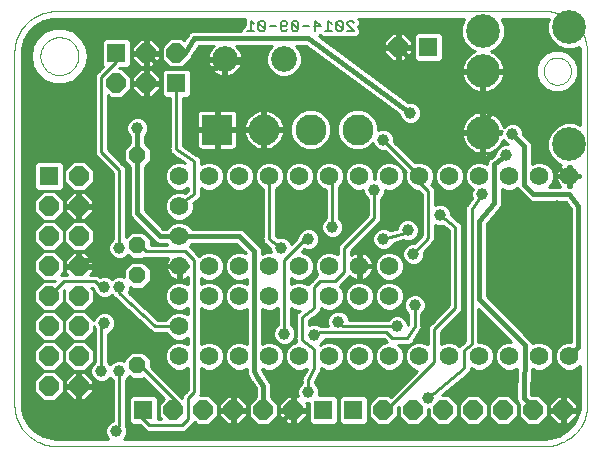
<source format=gbl>
G75*
G70*
%OFA0B0*%
%FSLAX24Y24*%
%IPPOS*%
%LPD*%
%AMOC8*
5,1,8,0,0,1.08239X$1,22.5*
%
%ADD10C,0.0000*%
%ADD11C,0.0060*%
%ADD12R,0.0640X0.0640*%
%ADD13OC8,0.0640*%
%ADD14C,0.1033*%
%ADD15R,0.1033X0.1033*%
%ADD16C,0.0860*%
%ADD17C,0.1122*%
%ADD18OC8,0.0560*%
%ADD19C,0.0620*%
%ADD20C,0.0396*%
%ADD21C,0.0160*%
%ADD22C,0.0100*%
D10*
X001600Y002933D02*
X017900Y002933D01*
X017973Y002935D01*
X018046Y002941D01*
X018119Y002950D01*
X018191Y002964D01*
X018262Y002981D01*
X018333Y003002D01*
X018402Y003026D01*
X018469Y003054D01*
X018536Y003086D01*
X018600Y003121D01*
X018662Y003159D01*
X018723Y003200D01*
X018781Y003245D01*
X018837Y003293D01*
X018890Y003343D01*
X018940Y003396D01*
X018988Y003452D01*
X019033Y003510D01*
X019074Y003571D01*
X019112Y003633D01*
X019147Y003697D01*
X019179Y003764D01*
X019207Y003831D01*
X019231Y003900D01*
X019252Y003971D01*
X019269Y004042D01*
X019283Y004114D01*
X019292Y004187D01*
X019298Y004260D01*
X019300Y004333D01*
X019300Y016033D01*
X017847Y015433D02*
X017849Y015475D01*
X017855Y015517D01*
X017865Y015559D01*
X017878Y015599D01*
X017896Y015638D01*
X017917Y015675D01*
X017941Y015709D01*
X017969Y015742D01*
X017999Y015772D01*
X018032Y015798D01*
X018067Y015822D01*
X018105Y015842D01*
X018144Y015858D01*
X018184Y015871D01*
X018226Y015880D01*
X018268Y015885D01*
X018311Y015886D01*
X018353Y015883D01*
X018395Y015876D01*
X018436Y015865D01*
X018476Y015850D01*
X018514Y015832D01*
X018551Y015810D01*
X018585Y015785D01*
X018617Y015757D01*
X018645Y015726D01*
X018671Y015692D01*
X018694Y015656D01*
X018713Y015619D01*
X018729Y015579D01*
X018741Y015538D01*
X018749Y015497D01*
X018753Y015454D01*
X018753Y015412D01*
X018749Y015369D01*
X018741Y015328D01*
X018729Y015287D01*
X018713Y015247D01*
X018694Y015210D01*
X018671Y015174D01*
X018645Y015140D01*
X018617Y015109D01*
X018585Y015081D01*
X018551Y015056D01*
X018514Y015034D01*
X018476Y015016D01*
X018436Y015001D01*
X018395Y014990D01*
X018353Y014983D01*
X018311Y014980D01*
X018268Y014981D01*
X018226Y014986D01*
X018184Y014995D01*
X018144Y015008D01*
X018105Y015024D01*
X018067Y015044D01*
X018032Y015068D01*
X017999Y015094D01*
X017969Y015124D01*
X017941Y015157D01*
X017917Y015191D01*
X017896Y015228D01*
X017878Y015267D01*
X017865Y015307D01*
X017855Y015349D01*
X017849Y015391D01*
X017847Y015433D01*
X019300Y016033D02*
X019298Y016106D01*
X019292Y016179D01*
X019283Y016252D01*
X019269Y016324D01*
X019252Y016395D01*
X019231Y016466D01*
X019207Y016535D01*
X019179Y016602D01*
X019147Y016669D01*
X019112Y016733D01*
X019074Y016795D01*
X019033Y016856D01*
X018988Y016914D01*
X018940Y016970D01*
X018890Y017023D01*
X018837Y017073D01*
X018781Y017121D01*
X018723Y017166D01*
X018662Y017207D01*
X018600Y017245D01*
X018536Y017280D01*
X018469Y017312D01*
X018402Y017340D01*
X018333Y017364D01*
X018262Y017385D01*
X018191Y017402D01*
X018119Y017416D01*
X018046Y017425D01*
X017973Y017431D01*
X017900Y017433D01*
X001600Y017433D01*
X001527Y017431D01*
X001454Y017425D01*
X001381Y017416D01*
X001309Y017402D01*
X001238Y017385D01*
X001167Y017364D01*
X001098Y017340D01*
X001031Y017312D01*
X000964Y017280D01*
X000900Y017245D01*
X000838Y017207D01*
X000777Y017166D01*
X000719Y017121D01*
X000663Y017073D01*
X000610Y017023D01*
X000560Y016970D01*
X000512Y016914D01*
X000467Y016856D01*
X000426Y016795D01*
X000388Y016733D01*
X000353Y016669D01*
X000321Y016602D01*
X000293Y016535D01*
X000269Y016466D01*
X000248Y016395D01*
X000231Y016324D01*
X000217Y016252D01*
X000208Y016179D01*
X000202Y016106D01*
X000200Y016033D01*
X000200Y004333D01*
X000202Y004260D01*
X000208Y004187D01*
X000217Y004114D01*
X000231Y004042D01*
X000248Y003971D01*
X000269Y003900D01*
X000293Y003831D01*
X000321Y003764D01*
X000353Y003697D01*
X000388Y003633D01*
X000426Y003571D01*
X000467Y003510D01*
X000512Y003452D01*
X000560Y003396D01*
X000610Y003343D01*
X000663Y003293D01*
X000719Y003245D01*
X000777Y003200D01*
X000838Y003159D01*
X000900Y003121D01*
X000964Y003086D01*
X001031Y003054D01*
X001098Y003026D01*
X001167Y003002D01*
X001238Y002981D01*
X001309Y002964D01*
X001381Y002950D01*
X001454Y002941D01*
X001527Y002935D01*
X001600Y002933D01*
X001070Y015933D02*
X001072Y015983D01*
X001078Y016033D01*
X001088Y016082D01*
X001102Y016130D01*
X001119Y016177D01*
X001140Y016222D01*
X001165Y016266D01*
X001193Y016307D01*
X001225Y016346D01*
X001259Y016383D01*
X001296Y016417D01*
X001336Y016447D01*
X001378Y016474D01*
X001422Y016498D01*
X001468Y016519D01*
X001515Y016535D01*
X001563Y016548D01*
X001613Y016557D01*
X001662Y016562D01*
X001713Y016563D01*
X001763Y016560D01*
X001812Y016553D01*
X001861Y016542D01*
X001909Y016527D01*
X001955Y016509D01*
X002000Y016487D01*
X002043Y016461D01*
X002084Y016432D01*
X002123Y016400D01*
X002159Y016365D01*
X002191Y016327D01*
X002221Y016287D01*
X002248Y016244D01*
X002271Y016200D01*
X002290Y016154D01*
X002306Y016106D01*
X002318Y016057D01*
X002326Y016008D01*
X002330Y015958D01*
X002330Y015908D01*
X002326Y015858D01*
X002318Y015809D01*
X002306Y015760D01*
X002290Y015712D01*
X002271Y015666D01*
X002248Y015622D01*
X002221Y015579D01*
X002191Y015539D01*
X002159Y015501D01*
X002123Y015466D01*
X002084Y015434D01*
X002043Y015405D01*
X002000Y015379D01*
X001955Y015357D01*
X001909Y015339D01*
X001861Y015324D01*
X001812Y015313D01*
X001763Y015306D01*
X001713Y015303D01*
X001662Y015304D01*
X001613Y015309D01*
X001563Y015318D01*
X001515Y015331D01*
X001468Y015347D01*
X001422Y015368D01*
X001378Y015392D01*
X001336Y015419D01*
X001296Y015449D01*
X001259Y015483D01*
X001225Y015520D01*
X001193Y015559D01*
X001165Y015600D01*
X001140Y015644D01*
X001119Y015689D01*
X001102Y015736D01*
X001088Y015784D01*
X001078Y015833D01*
X001072Y015883D01*
X001070Y015933D01*
D11*
X007970Y016763D02*
X008197Y016763D01*
X008083Y016763D02*
X008083Y017104D01*
X008197Y016990D01*
X008338Y017047D02*
X008565Y016820D01*
X008508Y016763D01*
X008395Y016763D01*
X008338Y016820D01*
X008338Y017047D01*
X008395Y017104D01*
X008508Y017104D01*
X008565Y017047D01*
X008565Y016820D01*
X008707Y016933D02*
X008933Y016933D01*
X009075Y016933D02*
X009245Y016933D01*
X009302Y016990D01*
X009302Y017047D01*
X009245Y017104D01*
X009132Y017104D01*
X009075Y017047D01*
X009075Y016820D01*
X009132Y016763D01*
X009245Y016763D01*
X009302Y016820D01*
X009443Y016820D02*
X009500Y016763D01*
X009613Y016763D01*
X009670Y016820D01*
X009443Y017047D01*
X009443Y016820D01*
X009443Y017047D02*
X009500Y017104D01*
X009613Y017104D01*
X009670Y017047D01*
X009670Y016820D01*
X009811Y016933D02*
X010038Y016933D01*
X010180Y016933D02*
X010407Y016933D01*
X010236Y017104D01*
X010236Y016763D01*
X010548Y016763D02*
X010775Y016763D01*
X010662Y016763D02*
X010662Y017104D01*
X010775Y016990D01*
X010916Y017047D02*
X011143Y016820D01*
X011087Y016763D01*
X010973Y016763D01*
X010916Y016820D01*
X010916Y017047D01*
X010973Y017104D01*
X011087Y017104D01*
X011143Y017047D01*
X011143Y016820D01*
X011285Y016763D02*
X011512Y016763D01*
X011285Y016990D01*
X011285Y017047D01*
X011341Y017104D01*
X011455Y017104D01*
X011512Y017047D01*
D12*
X014000Y016233D03*
X005600Y015033D03*
X003600Y016033D03*
X001350Y011933D03*
X004500Y004133D03*
X010500Y004133D03*
X011500Y004133D03*
D13*
X012500Y004133D03*
X013500Y004133D03*
X014500Y004133D03*
X015500Y004133D03*
X016500Y004133D03*
X017500Y004133D03*
X018500Y004133D03*
X009500Y004133D03*
X008500Y004133D03*
X007500Y004133D03*
X006500Y004133D03*
X005500Y004133D03*
X002350Y004933D03*
X001350Y004933D03*
X001350Y005933D03*
X002350Y005933D03*
X002350Y006933D03*
X001350Y006933D03*
X001350Y007933D03*
X002350Y007933D03*
X002350Y008933D03*
X001350Y008933D03*
X001350Y009933D03*
X002350Y009933D03*
X002350Y010933D03*
X001350Y010933D03*
X002350Y011933D03*
X003600Y015033D03*
X004600Y015033D03*
X004600Y016033D03*
X005600Y016033D03*
X013000Y016233D03*
D14*
X011640Y013483D03*
X010080Y013483D03*
X008520Y013483D03*
D15*
X006960Y013483D03*
D16*
X007216Y015833D03*
X009184Y015833D03*
D17*
X015820Y015433D03*
X015820Y016772D03*
X018694Y016890D03*
X015820Y013386D03*
X018694Y012992D03*
D18*
X004300Y012633D03*
X004300Y009633D03*
X004300Y008633D03*
X004300Y005633D03*
D19*
X005700Y005933D03*
X006700Y005933D03*
X007700Y005933D03*
X008700Y005933D03*
X009700Y005933D03*
X010700Y005933D03*
X011700Y005933D03*
X012700Y005933D03*
X013700Y005933D03*
X014700Y005933D03*
X015700Y005933D03*
X016700Y005933D03*
X017700Y005933D03*
X018700Y005933D03*
X012700Y007933D03*
X011700Y007933D03*
X010700Y007933D03*
X009700Y007933D03*
X008700Y007933D03*
X007700Y007933D03*
X006700Y007933D03*
X005700Y007933D03*
X005700Y006933D03*
X005700Y008933D03*
X006700Y008933D03*
X007700Y008933D03*
X008700Y008933D03*
X009700Y008933D03*
X010700Y008933D03*
X011700Y008933D03*
X012700Y008933D03*
X012700Y011933D03*
X013700Y011933D03*
X014700Y011933D03*
X015700Y011933D03*
X016700Y011933D03*
X017700Y011933D03*
X018700Y011933D03*
X011700Y011933D03*
X010700Y011933D03*
X009700Y011933D03*
X008700Y011933D03*
X007700Y011933D03*
X006700Y011933D03*
X005700Y011933D03*
X005700Y010933D03*
X005700Y009933D03*
D20*
X003700Y009533D03*
X003700Y008233D03*
X003200Y008233D03*
X003200Y007033D03*
X003100Y005433D03*
X003700Y005433D03*
X003600Y003433D03*
X010000Y004733D03*
X014000Y004533D03*
X010200Y006633D03*
X011000Y007083D03*
X012950Y006933D03*
X013550Y007633D03*
X014400Y007833D03*
X015000Y006883D03*
X017200Y007833D03*
X017400Y006733D03*
X013500Y009333D03*
X012500Y009833D03*
X013310Y010124D03*
X014400Y010633D03*
X015300Y011333D03*
X015800Y011333D03*
X018300Y010933D03*
X016600Y012633D03*
X016800Y013333D03*
X013400Y014033D03*
X012500Y013133D03*
X012200Y011483D03*
X010800Y010233D03*
X010000Y009833D03*
X009100Y009533D03*
X009200Y006683D03*
X004300Y013533D03*
D21*
X004300Y012633D01*
X004300Y010696D01*
X004579Y010417D01*
X005047Y009932D01*
X005700Y009933D01*
X007700Y009933D01*
X008200Y009433D01*
X008200Y005433D01*
X008300Y005233D01*
X008500Y004933D01*
X008500Y004133D01*
X008800Y003433D02*
X009500Y004133D01*
X008800Y003433D02*
X007800Y003433D01*
X007500Y003733D01*
X007500Y004133D01*
X007400Y004133D01*
X015700Y007833D02*
X017224Y006309D01*
X017174Y004551D01*
X017500Y004225D01*
X017500Y004133D01*
X018500Y004133D02*
X018500Y004933D01*
X018300Y005133D01*
X018300Y005333D01*
X018200Y005433D01*
X018200Y006633D01*
X017300Y007533D01*
X017300Y008033D02*
X017300Y010533D01*
X018300Y010933D01*
X018700Y011333D02*
X019000Y010933D01*
X019000Y006233D01*
X018700Y005933D01*
X015700Y007833D02*
X015700Y010433D01*
X016200Y011033D01*
X016200Y012333D01*
X016600Y012633D01*
X017200Y012933D02*
X017200Y011633D01*
X017500Y011333D01*
X018700Y011333D01*
X018700Y011933D02*
X017900Y012533D01*
X017900Y013933D01*
X017700Y014033D01*
X016100Y014033D01*
X015820Y013753D01*
X015820Y013386D01*
X015820Y015433D01*
X015200Y015433D01*
X014000Y015533D01*
X013700Y015533D01*
X013000Y016233D01*
X013400Y014033D02*
X010000Y016533D01*
X006200Y016533D01*
X005900Y016033D01*
X005600Y016033D01*
X005100Y015533D02*
X006916Y015533D01*
X007216Y015833D01*
X007100Y015833D01*
X007000Y015733D01*
X007216Y015833D02*
X008520Y015529D01*
X008520Y013483D01*
X006960Y013483D01*
X004600Y015033D02*
X004600Y016033D01*
X005100Y015533D01*
X004600Y016033D02*
X004600Y016233D01*
X016800Y013333D02*
X017200Y012933D01*
X005900Y009033D02*
X005800Y009033D01*
X005700Y008933D01*
X005200Y008933D01*
X005000Y009133D01*
X002550Y009133D01*
X002350Y008933D01*
D22*
X002400Y008942D02*
X003972Y008942D01*
X004071Y009040D02*
X002820Y009040D01*
X002820Y008983D02*
X002820Y009128D01*
X002545Y009403D01*
X002400Y009403D01*
X002400Y008983D01*
X002820Y008983D01*
X002820Y008883D02*
X002400Y008883D01*
X002400Y008983D01*
X002300Y008983D01*
X002300Y008883D01*
X001880Y008883D01*
X001880Y008739D01*
X001965Y008653D01*
X001763Y008653D01*
X001840Y008730D01*
X001840Y009136D01*
X001553Y009423D01*
X001147Y009423D01*
X000860Y009136D01*
X000860Y008730D01*
X001147Y008443D01*
X001549Y008443D01*
X001529Y008423D01*
X001147Y008423D01*
X000860Y008136D01*
X000860Y007730D01*
X001147Y007443D01*
X001553Y007443D01*
X001840Y007730D01*
X001840Y008112D01*
X001860Y008132D01*
X001860Y007730D01*
X002147Y007443D01*
X002553Y007443D01*
X002840Y007730D01*
X002840Y008136D01*
X002763Y008213D01*
X002809Y008213D01*
X002832Y008190D01*
X002832Y008160D01*
X002888Y008025D01*
X002991Y007921D01*
X003127Y007865D01*
X003273Y007865D01*
X003409Y007921D01*
X003450Y007963D01*
X003491Y007921D01*
X003501Y007917D01*
X003548Y007874D01*
X003609Y007813D01*
X003614Y007813D01*
X004748Y006774D01*
X004809Y006713D01*
X004814Y006713D01*
X004819Y006710D01*
X004905Y006713D01*
X005272Y006713D01*
X005293Y006661D01*
X005428Y006526D01*
X005605Y006453D01*
X005795Y006453D01*
X005972Y006526D01*
X005980Y006535D01*
X005980Y006332D01*
X005972Y006340D01*
X005795Y006413D01*
X005605Y006413D01*
X005428Y006340D01*
X005293Y006205D01*
X005220Y006029D01*
X005220Y005838D01*
X005293Y005661D01*
X005428Y005526D01*
X005605Y005453D01*
X005795Y005453D01*
X005972Y005526D01*
X005980Y005535D01*
X005980Y004824D01*
X005909Y004753D01*
X005780Y004624D01*
X005780Y004546D01*
X005703Y004623D01*
X005700Y004623D01*
X004750Y005573D01*
X004750Y005820D01*
X004486Y006083D01*
X004114Y006083D01*
X003850Y005820D01*
X003850Y005770D01*
X003773Y005801D01*
X003627Y005801D01*
X003491Y005745D01*
X003400Y005654D01*
X003320Y005734D01*
X003320Y006685D01*
X003409Y006721D01*
X003512Y006825D01*
X003568Y006960D01*
X003568Y007107D01*
X003512Y007242D01*
X003409Y007345D01*
X003273Y007401D01*
X003127Y007401D01*
X002991Y007345D01*
X002888Y007242D01*
X002840Y007126D01*
X002840Y007136D01*
X002553Y007423D01*
X002147Y007423D01*
X001860Y007136D01*
X001860Y006730D01*
X002147Y006443D01*
X002553Y006443D01*
X002840Y006730D01*
X002840Y006941D01*
X002880Y006844D01*
X002880Y005734D01*
X002788Y005642D01*
X002732Y005507D01*
X002732Y005360D01*
X002788Y005225D01*
X002891Y005121D01*
X003027Y005065D01*
X003173Y005065D01*
X003309Y005121D01*
X003400Y005213D01*
X003480Y005133D01*
X003480Y003782D01*
X003391Y003745D01*
X003288Y003642D01*
X003232Y003507D01*
X003232Y003360D01*
X003288Y003225D01*
X003329Y003183D01*
X001600Y003183D01*
X001450Y003193D01*
X001160Y003271D01*
X000900Y003421D01*
X000688Y003633D01*
X000538Y003893D01*
X000460Y004183D01*
X000450Y004333D01*
X000450Y016033D01*
X000460Y016183D01*
X000538Y016473D01*
X000688Y016733D01*
X000900Y016946D01*
X001160Y017096D01*
X001450Y017173D01*
X001600Y017183D01*
X007883Y017183D01*
X007883Y016960D01*
X007770Y016846D01*
X007770Y016783D01*
X006218Y016783D01*
X006188Y016788D01*
X006169Y016783D01*
X006150Y016783D01*
X006121Y016771D01*
X006091Y016764D01*
X006076Y016753D01*
X006058Y016745D01*
X006036Y016723D01*
X006011Y016705D01*
X006001Y016688D01*
X005988Y016675D01*
X005976Y016646D01*
X005865Y016461D01*
X005803Y016523D01*
X005397Y016523D01*
X005110Y016236D01*
X005110Y015830D01*
X005397Y015543D01*
X005803Y015543D01*
X006090Y015830D01*
X006090Y015864D01*
X006099Y015878D01*
X006112Y015892D01*
X006124Y015921D01*
X006342Y016283D01*
X006848Y016283D01*
X006838Y016276D01*
X006773Y016211D01*
X006720Y016137D01*
X006678Y016056D01*
X006650Y015969D01*
X006636Y015882D01*
X007167Y015882D01*
X007167Y015785D01*
X006636Y015785D01*
X006650Y015698D01*
X006678Y015611D01*
X006720Y015529D01*
X006773Y015455D01*
X006838Y015391D01*
X006912Y015337D01*
X006993Y015296D01*
X007080Y015268D01*
X007167Y015254D01*
X007167Y015785D01*
X007264Y015785D01*
X007264Y015254D01*
X007352Y015268D01*
X007438Y015296D01*
X007520Y015337D01*
X007594Y015391D01*
X007658Y015455D01*
X007712Y015529D01*
X007753Y015611D01*
X007781Y015698D01*
X007795Y015785D01*
X007264Y015785D01*
X007264Y015882D01*
X007795Y015882D01*
X007781Y015969D01*
X007753Y016056D01*
X007712Y016137D01*
X007658Y016211D01*
X007594Y016276D01*
X007583Y016283D01*
X008786Y016283D01*
X008676Y016173D01*
X008584Y015953D01*
X008584Y015714D01*
X008676Y015493D01*
X008844Y015325D01*
X009065Y015233D01*
X009304Y015233D01*
X009524Y015325D01*
X009693Y015493D01*
X009784Y015714D01*
X009784Y015953D01*
X009693Y016173D01*
X009583Y016283D01*
X009918Y016283D01*
X013032Y013994D01*
X013032Y013960D01*
X013088Y013825D01*
X013191Y013721D01*
X013327Y013665D01*
X013473Y013665D01*
X013609Y013721D01*
X013712Y013825D01*
X013768Y013960D01*
X013768Y014107D01*
X013712Y014242D01*
X013609Y014345D01*
X013473Y014401D01*
X013327Y014401D01*
X013323Y014400D01*
X010346Y016590D01*
X010392Y016636D01*
X010465Y016563D01*
X010858Y016563D01*
X010874Y016580D01*
X010890Y016563D01*
X011169Y016563D01*
X011186Y016580D01*
X011202Y016563D01*
X011594Y016563D01*
X011712Y016680D01*
X011712Y016846D01*
X011653Y016905D01*
X011712Y016964D01*
X011712Y017130D01*
X011658Y017183D01*
X015199Y017183D01*
X015089Y016917D01*
X015089Y016627D01*
X015200Y016358D01*
X015406Y016152D01*
X015551Y016092D01*
X015505Y016072D01*
X015424Y016026D01*
X015350Y015969D01*
X015284Y015903D01*
X015227Y015829D01*
X015181Y015748D01*
X015145Y015662D01*
X015121Y015572D01*
X015109Y015483D01*
X015770Y015483D01*
X015770Y015383D01*
X015870Y015383D01*
X015870Y015483D01*
X016530Y015483D01*
X016519Y015572D01*
X016494Y015662D01*
X016459Y015748D01*
X016412Y015829D01*
X016355Y015903D01*
X016290Y015969D01*
X016216Y016026D01*
X016135Y016072D01*
X016088Y016092D01*
X016234Y016152D01*
X016439Y016358D01*
X016551Y016627D01*
X016551Y016917D01*
X016441Y017183D01*
X017900Y017183D01*
X018021Y017175D01*
X017963Y017035D01*
X017963Y016745D01*
X018074Y016476D01*
X018280Y016270D01*
X018548Y016159D01*
X018839Y016159D01*
X019026Y016236D01*
X019040Y016183D01*
X019050Y016033D01*
X019050Y013636D01*
X018839Y013723D01*
X018548Y013723D01*
X018280Y013612D01*
X018074Y013406D01*
X017963Y013138D01*
X017963Y012847D01*
X018074Y012578D01*
X018280Y012373D01*
X018434Y012309D01*
X018400Y012284D01*
X018349Y012233D01*
X018307Y012174D01*
X018274Y012110D01*
X018251Y012041D01*
X018241Y011978D01*
X018655Y011978D01*
X018655Y011888D01*
X018655Y011583D01*
X018668Y011583D01*
X018686Y011588D01*
X018718Y011583D01*
X018745Y011583D01*
X018745Y011888D01*
X018655Y011888D01*
X018241Y011888D01*
X018251Y011826D01*
X018274Y011757D01*
X018307Y011692D01*
X018349Y011634D01*
X018399Y011583D01*
X018029Y011583D01*
X018107Y011661D01*
X018180Y011838D01*
X018180Y012029D01*
X018107Y012205D01*
X017972Y012340D01*
X017795Y012413D01*
X017605Y012413D01*
X017450Y012349D01*
X017450Y012983D01*
X017412Y013075D01*
X017342Y013145D01*
X017342Y013145D01*
X017168Y013319D01*
X017168Y013407D01*
X017112Y013542D01*
X017009Y013645D01*
X016873Y013701D01*
X016727Y013701D01*
X016591Y013645D01*
X016509Y013562D01*
X016494Y013615D01*
X016459Y013701D01*
X016412Y013782D01*
X016355Y013856D01*
X016290Y013922D01*
X016216Y013979D01*
X016135Y014025D01*
X016049Y014061D01*
X015959Y014085D01*
X015870Y014097D01*
X015870Y013436D01*
X016444Y013436D01*
X016432Y013407D01*
X016432Y013336D01*
X015870Y013336D01*
X015870Y013436D01*
X015770Y013436D01*
X015770Y014097D01*
X015681Y014085D01*
X015591Y014061D01*
X015505Y014025D01*
X015424Y013979D01*
X015350Y013922D01*
X015284Y013856D01*
X015227Y013782D01*
X015181Y013701D01*
X015145Y013615D01*
X015121Y013525D01*
X015109Y013436D01*
X015770Y013436D01*
X015770Y013336D01*
X015870Y013336D01*
X015870Y012676D01*
X015959Y012687D01*
X016049Y012711D01*
X016135Y012747D01*
X016216Y012794D01*
X016290Y012850D01*
X016355Y012916D01*
X016412Y012990D01*
X016459Y013071D01*
X016484Y013133D01*
X016488Y013125D01*
X016591Y013021D01*
X016639Y013001D01*
X016527Y013001D01*
X016391Y012945D01*
X016288Y012842D01*
X016232Y012707D01*
X016232Y012670D01*
X016075Y012552D01*
X016058Y012545D01*
X016036Y012523D01*
X016010Y012503D01*
X016001Y012488D01*
X013457Y012488D01*
X013553Y012392D02*
X012868Y013076D01*
X012868Y013207D01*
X012812Y013342D01*
X012709Y013445D01*
X012573Y013501D01*
X012427Y013501D01*
X012327Y013460D01*
X012327Y013620D01*
X012222Y013872D01*
X012029Y014066D01*
X011777Y014170D01*
X011503Y014170D01*
X011251Y014066D01*
X011058Y013872D01*
X010953Y013620D01*
X010953Y013347D01*
X011058Y013094D01*
X011251Y012901D01*
X011503Y012797D01*
X011777Y012797D01*
X012029Y012901D01*
X012148Y013020D01*
X012188Y012925D01*
X012291Y012821D01*
X012427Y012765D01*
X012557Y012765D01*
X013241Y012081D01*
X013220Y012029D01*
X013220Y011838D01*
X013293Y011661D01*
X013428Y011526D01*
X013605Y011453D01*
X013669Y011453D01*
X013780Y011342D01*
X013780Y009968D01*
X013537Y009701D01*
X013427Y009701D01*
X013291Y009645D01*
X013188Y009542D01*
X013132Y009407D01*
X013132Y009260D01*
X013188Y009125D01*
X013291Y009021D01*
X013427Y008965D01*
X013573Y008965D01*
X013709Y009021D01*
X013812Y009125D01*
X013868Y009260D01*
X013868Y009407D01*
X013867Y009410D01*
X014159Y009731D01*
X014220Y009792D01*
X014220Y009798D01*
X014224Y009803D01*
X014220Y009889D01*
X014220Y010309D01*
X014327Y010265D01*
X014473Y010265D01*
X014496Y010275D01*
X014680Y010128D01*
X014680Y007624D01*
X014109Y007053D01*
X013980Y006924D01*
X013980Y006332D01*
X013972Y006340D01*
X013795Y006413D01*
X013605Y006413D01*
X013442Y006346D01*
X013473Y006395D01*
X013520Y006442D01*
X013520Y006470D01*
X013723Y006795D01*
X013770Y006842D01*
X013770Y006870D01*
X013785Y006894D01*
X013770Y006958D01*
X013770Y007333D01*
X013862Y007425D01*
X013918Y007560D01*
X013918Y007707D01*
X013862Y007842D01*
X013759Y007945D01*
X013623Y008001D01*
X013477Y008001D01*
X013341Y007945D01*
X013238Y007842D01*
X013182Y007707D01*
X013182Y007560D01*
X013238Y007425D01*
X013330Y007333D01*
X013330Y006996D01*
X013318Y006977D01*
X013318Y007007D01*
X013262Y007142D01*
X013159Y007245D01*
X013023Y007301D01*
X012877Y007301D01*
X012741Y007245D01*
X012649Y007153D01*
X011368Y007153D01*
X011368Y007157D01*
X011312Y007292D01*
X011209Y007395D01*
X011073Y007451D01*
X010927Y007451D01*
X010791Y007395D01*
X010688Y007292D01*
X010632Y007157D01*
X010632Y007010D01*
X010655Y006953D01*
X010436Y006953D01*
X010383Y006971D01*
X010367Y006963D01*
X010273Y007001D01*
X010127Y007001D01*
X010020Y006957D01*
X010020Y007123D01*
X010273Y007313D01*
X010291Y007313D01*
X010345Y007367D01*
X010405Y007412D01*
X010407Y007430D01*
X010420Y007442D01*
X010420Y007518D01*
X010422Y007532D01*
X010428Y007526D01*
X010605Y007453D01*
X010795Y007453D01*
X010972Y007526D01*
X011107Y007661D01*
X011293Y007661D01*
X011428Y007526D01*
X011605Y007453D01*
X011795Y007453D01*
X011972Y007526D01*
X012107Y007661D01*
X012293Y007661D01*
X012428Y007526D01*
X012605Y007453D01*
X012795Y007453D01*
X012972Y007526D01*
X013107Y007661D01*
X013182Y007661D01*
X013107Y007661D02*
X013180Y007838D01*
X013180Y008029D01*
X013107Y008205D01*
X012972Y008340D01*
X012795Y008413D01*
X012605Y008413D01*
X012428Y008340D01*
X012293Y008205D01*
X012220Y008029D01*
X012220Y007838D01*
X012293Y007661D01*
X012252Y007760D02*
X012148Y007760D01*
X012180Y007838D02*
X012107Y007661D01*
X012008Y007563D02*
X012392Y007563D01*
X012578Y007464D02*
X011822Y007464D01*
X011578Y007464D02*
X010822Y007464D01*
X010762Y007366D02*
X010344Y007366D01*
X010420Y007464D02*
X010578Y007464D01*
X010678Y007267D02*
X010212Y007267D01*
X010081Y007169D02*
X010637Y007169D01*
X010632Y007070D02*
X010020Y007070D01*
X010020Y006972D02*
X010055Y006972D01*
X010345Y006972D02*
X010648Y006972D01*
X010400Y006733D02*
X012600Y006733D01*
X012800Y006533D01*
X013300Y006533D01*
X013550Y006933D01*
X013550Y007633D01*
X013204Y007760D02*
X013148Y007760D01*
X013180Y007858D02*
X013254Y007858D01*
X013180Y007957D02*
X013369Y007957D01*
X013169Y008055D02*
X014680Y008055D01*
X014680Y007957D02*
X013731Y007957D01*
X013846Y007858D02*
X014680Y007858D01*
X014680Y007760D02*
X013896Y007760D01*
X013918Y007661D02*
X014680Y007661D01*
X014618Y007563D02*
X013918Y007563D01*
X013878Y007464D02*
X014520Y007464D01*
X014421Y007366D02*
X013803Y007366D01*
X013770Y007267D02*
X014323Y007267D01*
X014224Y007169D02*
X013770Y007169D01*
X013770Y007070D02*
X014126Y007070D01*
X014027Y006972D02*
X013770Y006972D01*
X013772Y006873D02*
X013980Y006873D01*
X013980Y006775D02*
X013710Y006775D01*
X013649Y006676D02*
X013980Y006676D01*
X013980Y006578D02*
X013587Y006578D01*
X013526Y006479D02*
X013980Y006479D01*
X013980Y006381D02*
X013874Y006381D01*
X013526Y006381D02*
X013464Y006381D01*
X013424Y006336D02*
X013293Y006205D01*
X013220Y006029D01*
X013220Y005838D01*
X013293Y005661D01*
X013428Y005526D01*
X013605Y005453D01*
X013609Y005453D01*
X012741Y004585D01*
X012703Y004623D01*
X012297Y004623D01*
X012010Y004336D01*
X012010Y003930D01*
X012297Y003643D01*
X012703Y003643D01*
X012990Y003930D01*
X012990Y004196D01*
X012998Y004201D01*
X013003Y004225D01*
X013010Y004232D01*
X013010Y003930D01*
X013297Y003643D01*
X013703Y003643D01*
X013990Y003930D01*
X013990Y004165D01*
X014010Y004165D01*
X014010Y003930D01*
X014297Y003643D01*
X014703Y003643D01*
X014990Y003930D01*
X014990Y004336D01*
X014703Y004623D01*
X014452Y004623D01*
X015280Y005313D01*
X015291Y005313D01*
X015349Y005371D01*
X015411Y005423D01*
X015412Y005434D01*
X015420Y005442D01*
X015420Y005523D01*
X015421Y005534D01*
X015428Y005526D01*
X015605Y005453D01*
X015795Y005453D01*
X015972Y005526D01*
X016107Y005661D01*
X016180Y005838D01*
X016180Y006029D01*
X016107Y006205D01*
X015972Y006340D01*
X015795Y006413D01*
X015670Y006413D01*
X015670Y007510D01*
X016766Y006413D01*
X016605Y006413D01*
X016428Y006340D01*
X016293Y006205D01*
X016220Y006029D01*
X016220Y005838D01*
X016293Y005661D01*
X016428Y005526D01*
X016605Y005453D01*
X016795Y005453D01*
X016951Y005518D01*
X016925Y004604D01*
X016924Y004601D01*
X016924Y004555D01*
X016923Y004509D01*
X016924Y004505D01*
X016924Y004502D01*
X016942Y004459D01*
X016958Y004416D01*
X016961Y004413D01*
X016962Y004410D01*
X016995Y004377D01*
X017022Y004348D01*
X017010Y004336D01*
X017010Y003930D01*
X017297Y003643D01*
X017703Y003643D01*
X017990Y003930D01*
X017990Y004336D01*
X017703Y004623D01*
X017456Y004623D01*
X017427Y004652D01*
X017452Y005517D01*
X017605Y005453D01*
X017795Y005453D01*
X017972Y005526D01*
X018107Y005661D01*
X018180Y005838D01*
X018180Y006029D01*
X018107Y006205D01*
X017972Y006340D01*
X017795Y006413D01*
X017605Y006413D01*
X017474Y006359D01*
X017456Y006402D01*
X017440Y006445D01*
X017437Y006448D01*
X017436Y006451D01*
X017403Y006484D01*
X017372Y006517D01*
X017368Y006519D01*
X015950Y007937D01*
X015950Y010343D01*
X016385Y010865D01*
X016412Y010892D01*
X016416Y010903D01*
X016424Y010911D01*
X016435Y010948D01*
X016450Y010984D01*
X016450Y010995D01*
X016453Y011006D01*
X016450Y011045D01*
X016450Y011517D01*
X016605Y011453D01*
X016795Y011453D01*
X016972Y011526D01*
X016973Y011528D01*
X016988Y011492D01*
X017288Y011192D01*
X017358Y011121D01*
X017450Y011083D01*
X018575Y011083D01*
X018750Y010850D01*
X018750Y006413D01*
X018605Y006413D01*
X018428Y006340D01*
X018293Y006205D01*
X018220Y006029D01*
X018220Y005838D01*
X018293Y005661D01*
X018428Y005526D01*
X018605Y005453D01*
X018795Y005453D01*
X018972Y005526D01*
X019050Y005605D01*
X019050Y004333D01*
X019040Y004183D01*
X018962Y003893D01*
X018812Y003633D01*
X018600Y003421D01*
X018340Y003271D01*
X018050Y003193D01*
X017900Y003183D01*
X003871Y003183D01*
X003912Y003225D01*
X003968Y003360D01*
X003968Y003507D01*
X003929Y003600D01*
X003938Y003616D01*
X003920Y003669D01*
X003920Y005133D01*
X004012Y005225D01*
X004030Y005267D01*
X004114Y005183D01*
X004486Y005183D01*
X004502Y005199D01*
X005187Y004514D01*
X005010Y004336D01*
X005010Y003930D01*
X005087Y003853D01*
X004990Y003853D01*
X004990Y004524D01*
X004890Y004623D01*
X004110Y004623D01*
X004010Y004524D01*
X004010Y003743D01*
X004110Y003643D01*
X004379Y003643D01*
X004609Y003413D01*
X005891Y003413D01*
X006020Y003542D01*
X006209Y003731D01*
X006297Y003643D01*
X006703Y003643D01*
X006990Y003930D01*
X006990Y004336D01*
X006703Y004623D01*
X006401Y004623D01*
X006420Y004642D01*
X006420Y005535D01*
X006428Y005526D01*
X006605Y005453D01*
X006795Y005453D01*
X006972Y005526D01*
X007107Y005661D01*
X007180Y005838D01*
X007180Y006029D01*
X007107Y006205D01*
X006972Y006340D01*
X006795Y006413D01*
X006605Y006413D01*
X006428Y006340D01*
X006420Y006332D01*
X006420Y007535D01*
X006428Y007526D01*
X006605Y007453D01*
X006795Y007453D01*
X006972Y007526D01*
X007107Y007661D01*
X007293Y007661D01*
X007428Y007526D01*
X007605Y007453D01*
X007795Y007453D01*
X007950Y007517D01*
X007950Y006349D01*
X007795Y006413D01*
X007605Y006413D01*
X007428Y006340D01*
X007293Y006205D01*
X007220Y006029D01*
X007220Y005838D01*
X007293Y005661D01*
X007428Y005526D01*
X007605Y005453D01*
X007795Y005453D01*
X007950Y005517D01*
X007950Y005474D01*
X007947Y005465D01*
X007950Y005424D01*
X007950Y005384D01*
X007954Y005375D01*
X007954Y005366D01*
X007972Y005329D01*
X007988Y005292D01*
X007995Y005285D01*
X008061Y005152D01*
X008064Y005136D01*
X008083Y005108D01*
X008099Y005077D01*
X008111Y005067D01*
X008250Y004858D01*
X008250Y004576D01*
X008010Y004336D01*
X008010Y003930D01*
X008297Y003643D01*
X008703Y003643D01*
X008990Y003930D01*
X008990Y004336D01*
X008750Y004576D01*
X008750Y004909D01*
X008755Y004933D01*
X008750Y004958D01*
X008750Y004983D01*
X008740Y005006D01*
X008736Y005031D01*
X008722Y005052D01*
X008712Y005075D01*
X008694Y005093D01*
X008517Y005359D01*
X008450Y005492D01*
X008450Y005517D01*
X008605Y005453D01*
X008795Y005453D01*
X008972Y005526D01*
X009107Y005661D01*
X009180Y005838D01*
X009180Y006029D01*
X009107Y006205D01*
X008972Y006340D01*
X008795Y006413D01*
X008605Y006413D01*
X008450Y006349D01*
X008450Y007517D01*
X008605Y007453D01*
X008795Y007453D01*
X008972Y007526D01*
X008980Y007535D01*
X008980Y006984D01*
X008888Y006892D01*
X008832Y006757D01*
X008832Y006610D01*
X008888Y006475D01*
X008991Y006371D01*
X009127Y006315D01*
X009273Y006315D01*
X009409Y006371D01*
X009512Y006475D01*
X009568Y006610D01*
X009568Y006757D01*
X009512Y006892D01*
X009420Y006984D01*
X009420Y007535D01*
X009428Y007526D01*
X009605Y007453D01*
X009727Y007453D01*
X009727Y007453D01*
X009709Y007453D01*
X009655Y007400D01*
X009595Y007355D01*
X009593Y007337D01*
X009580Y007324D01*
X009580Y007249D01*
X009569Y007174D01*
X009580Y007160D01*
X009580Y006557D01*
X009569Y006542D01*
X009580Y006468D01*
X009580Y006403D01*
X009428Y006340D01*
X009293Y006205D01*
X009220Y006029D01*
X009220Y005838D01*
X009293Y005661D01*
X009428Y005526D01*
X009605Y005453D01*
X009795Y005453D01*
X009945Y005515D01*
X009819Y005264D01*
X009780Y005224D01*
X009780Y005185D01*
X009762Y005150D01*
X009780Y005098D01*
X009780Y005034D01*
X009688Y004942D01*
X009632Y004807D01*
X009632Y004660D01*
X009655Y004603D01*
X009550Y004603D01*
X009550Y004183D01*
X009970Y004183D01*
X009970Y004328D01*
X009933Y004365D01*
X010010Y004365D01*
X010010Y003743D01*
X010110Y003643D01*
X010890Y003643D01*
X010990Y003743D01*
X010990Y004524D01*
X010890Y004623D01*
X010353Y004623D01*
X010368Y004660D01*
X010368Y004807D01*
X010312Y004942D01*
X010220Y005034D01*
X010220Y005081D01*
X010381Y005403D01*
X010420Y005442D01*
X010420Y005481D01*
X010438Y005516D01*
X010435Y005523D01*
X010605Y005453D01*
X010795Y005453D01*
X010972Y005526D01*
X011107Y005661D01*
X011180Y005838D01*
X011180Y006029D01*
X011107Y006205D01*
X010972Y006340D01*
X010795Y006413D01*
X010605Y006413D01*
X010428Y006340D01*
X010398Y006310D01*
X010392Y006314D01*
X010409Y006321D01*
X010512Y006425D01*
X010549Y006513D01*
X012509Y006513D01*
X012580Y006442D01*
X012609Y006413D01*
X012605Y006413D01*
X012428Y006340D01*
X012293Y006205D01*
X012220Y006029D01*
X012220Y005838D01*
X012293Y005661D01*
X012428Y005526D01*
X012605Y005453D01*
X012795Y005453D01*
X012972Y005526D01*
X013107Y005661D01*
X013180Y005838D01*
X013180Y006029D01*
X013107Y006205D01*
X012999Y006313D01*
X013237Y006313D01*
X013261Y006298D01*
X013325Y006313D01*
X013391Y006313D01*
X013411Y006333D01*
X013424Y006336D01*
X013370Y006282D02*
X013030Y006282D01*
X013116Y006184D02*
X013284Y006184D01*
X013243Y006085D02*
X013157Y006085D01*
X013180Y005987D02*
X013220Y005987D01*
X013220Y005888D02*
X013180Y005888D01*
X013160Y005790D02*
X013240Y005790D01*
X013281Y005691D02*
X013119Y005691D01*
X013038Y005593D02*
X013362Y005593D01*
X013506Y005494D02*
X012894Y005494D01*
X012506Y005494D02*
X011894Y005494D01*
X011972Y005526D02*
X012107Y005661D01*
X012180Y005838D01*
X012180Y006029D01*
X012107Y006205D01*
X011972Y006340D01*
X011795Y006413D01*
X011605Y006413D01*
X011428Y006340D01*
X011293Y006205D01*
X011220Y006029D01*
X011220Y005838D01*
X011293Y005661D01*
X011428Y005526D01*
X011605Y005453D01*
X011795Y005453D01*
X011972Y005526D01*
X012038Y005593D02*
X012362Y005593D01*
X012281Y005691D02*
X012119Y005691D01*
X012160Y005790D02*
X012240Y005790D01*
X012220Y005888D02*
X012180Y005888D01*
X012180Y005987D02*
X012220Y005987D01*
X012243Y006085D02*
X012157Y006085D01*
X012116Y006184D02*
X012284Y006184D01*
X012370Y006282D02*
X012030Y006282D01*
X011874Y006381D02*
X012526Y006381D01*
X012543Y006479D02*
X010535Y006479D01*
X010526Y006381D02*
X010468Y006381D01*
X010200Y006183D02*
X009800Y006483D01*
X009800Y007233D01*
X010200Y007533D01*
X010200Y008233D01*
X010400Y008433D01*
X010900Y008433D01*
X011200Y008733D01*
X011200Y009533D01*
X012200Y010533D01*
X012200Y011483D01*
X012568Y011468D02*
X012605Y011453D01*
X012795Y011453D01*
X012972Y011526D01*
X013107Y011661D01*
X013180Y011838D01*
X013180Y012029D01*
X013107Y012205D01*
X012972Y012340D01*
X012795Y012413D01*
X012605Y012413D01*
X012428Y012340D01*
X012293Y012205D01*
X012220Y012029D01*
X012220Y011851D01*
X012180Y011851D01*
X012180Y012029D01*
X012107Y012205D01*
X011972Y012340D01*
X011795Y012413D01*
X011605Y012413D01*
X011428Y012340D01*
X011293Y012205D01*
X011220Y012029D01*
X011220Y011838D01*
X011293Y011661D01*
X011428Y011526D01*
X011605Y011453D01*
X011795Y011453D01*
X011832Y011468D01*
X011832Y011410D01*
X011888Y011275D01*
X011980Y011183D01*
X011980Y010624D01*
X010980Y009624D01*
X010980Y009332D01*
X010972Y009340D01*
X010795Y009413D01*
X010605Y009413D01*
X010428Y009340D01*
X010293Y009205D01*
X010220Y009029D01*
X010220Y008838D01*
X010293Y008661D01*
X010305Y008649D01*
X010180Y008524D01*
X010109Y008453D01*
X009984Y008328D01*
X009972Y008340D01*
X009795Y008413D01*
X009605Y008413D01*
X009428Y008340D01*
X009420Y008332D01*
X009420Y008535D01*
X009428Y008526D01*
X009605Y008453D01*
X009795Y008453D01*
X009972Y008526D01*
X010107Y008661D01*
X010180Y008838D01*
X010180Y009029D01*
X010107Y009205D01*
X009972Y009340D01*
X009795Y009413D01*
X009791Y009413D01*
X009868Y009490D01*
X009927Y009465D01*
X010073Y009465D01*
X010209Y009521D01*
X010312Y009625D01*
X010368Y009760D01*
X010368Y009907D01*
X010312Y010042D01*
X010209Y010145D01*
X010073Y010201D01*
X009927Y010201D01*
X009791Y010145D01*
X009688Y010042D01*
X009632Y009907D01*
X009632Y009876D01*
X009437Y009682D01*
X009412Y009742D01*
X009309Y009845D01*
X009173Y009901D01*
X009027Y009901D01*
X008994Y009888D01*
X008920Y009943D01*
X008920Y011505D01*
X008972Y011526D01*
X009107Y011661D01*
X009180Y011838D01*
X009180Y012029D01*
X009107Y012205D01*
X008972Y012340D01*
X008795Y012413D01*
X008605Y012413D01*
X008428Y012340D01*
X008293Y012205D01*
X008220Y012029D01*
X008220Y011838D01*
X008293Y011661D01*
X008428Y011526D01*
X008480Y011505D01*
X008480Y009907D01*
X008469Y009892D01*
X008480Y009818D01*
X008480Y009742D01*
X008493Y009730D01*
X008495Y009712D01*
X008555Y009667D01*
X008609Y009613D01*
X008627Y009613D01*
X008732Y009534D01*
X008732Y009460D01*
X008751Y009413D01*
X008605Y009413D01*
X008450Y009349D01*
X008450Y009483D01*
X008412Y009575D01*
X007912Y010075D01*
X007842Y010145D01*
X007750Y010183D01*
X006116Y010183D01*
X006107Y010205D01*
X005972Y010340D01*
X005795Y010413D01*
X005605Y010413D01*
X005428Y010340D01*
X005293Y010205D01*
X005284Y010182D01*
X005153Y010182D01*
X004792Y010556D01*
X004791Y010559D01*
X004758Y010592D01*
X004725Y010626D01*
X004723Y010627D01*
X004550Y010800D01*
X004550Y012247D01*
X004750Y012447D01*
X004750Y012820D01*
X004550Y013020D01*
X004550Y013263D01*
X004612Y013325D01*
X004668Y013460D01*
X004668Y013607D01*
X004612Y013742D01*
X004509Y013845D01*
X004373Y013901D01*
X004227Y013901D01*
X004091Y013845D01*
X003988Y013742D01*
X003932Y013607D01*
X003932Y013460D01*
X003988Y013325D01*
X004050Y013263D01*
X004050Y013020D01*
X003850Y012820D01*
X003850Y012447D01*
X004050Y012247D01*
X004050Y010647D01*
X004088Y010555D01*
X004401Y010242D01*
X004835Y009792D01*
X004836Y009789D01*
X004869Y009756D01*
X004902Y009722D01*
X004904Y009721D01*
X004906Y009719D01*
X004950Y009701D01*
X004993Y009683D01*
X004996Y009683D01*
X004998Y009681D01*
X005045Y009682D01*
X005092Y009681D01*
X005095Y009682D01*
X005284Y009682D01*
X005293Y009661D01*
X005301Y009653D01*
X004750Y009653D01*
X004750Y009820D01*
X004486Y010083D01*
X004114Y010083D01*
X003920Y009890D01*
X003920Y012224D01*
X003791Y012353D01*
X003320Y012824D01*
X003320Y014620D01*
X003397Y014543D01*
X003803Y014543D01*
X004090Y014830D01*
X004090Y015236D01*
X003803Y015523D01*
X003701Y015523D01*
X003721Y015543D01*
X003990Y015543D01*
X004090Y015643D01*
X004090Y016424D01*
X003990Y016523D01*
X003210Y016523D01*
X003110Y016424D01*
X003110Y015643D01*
X003154Y015599D01*
X003009Y015453D01*
X002880Y015324D01*
X002880Y012642D01*
X003480Y012042D01*
X003480Y009834D01*
X003388Y009742D01*
X003332Y009607D01*
X003332Y009460D01*
X003388Y009325D01*
X003491Y009221D01*
X003627Y009165D01*
X003773Y009165D01*
X003909Y009221D01*
X003992Y009305D01*
X004114Y009183D01*
X004486Y009183D01*
X004516Y009213D01*
X005335Y009213D01*
X005307Y009174D01*
X005274Y009110D01*
X005251Y009041D01*
X005241Y008978D01*
X005655Y008978D01*
X005655Y008888D01*
X005745Y008888D01*
X005745Y008475D01*
X005808Y008485D01*
X005877Y008507D01*
X005941Y008540D01*
X005980Y008568D01*
X005980Y008332D01*
X005972Y008340D01*
X005795Y008413D01*
X005605Y008413D01*
X005428Y008340D01*
X005293Y008205D01*
X005220Y008029D01*
X005220Y007838D01*
X005293Y007661D01*
X004431Y007661D01*
X004324Y007760D02*
X005252Y007760D01*
X005220Y007858D02*
X004216Y007858D01*
X004109Y007957D02*
X005220Y007957D01*
X005231Y008055D02*
X004025Y008055D01*
X004018Y008040D02*
X004068Y008160D01*
X004068Y008229D01*
X004114Y008183D01*
X004486Y008183D01*
X004750Y008447D01*
X004750Y008820D01*
X004486Y009083D01*
X004114Y009083D01*
X003850Y008820D01*
X003850Y008570D01*
X003773Y008601D01*
X003627Y008601D01*
X003491Y008545D01*
X003450Y008504D01*
X003409Y008545D01*
X003273Y008601D01*
X003127Y008601D01*
X003068Y008577D01*
X002991Y008653D01*
X002735Y008653D01*
X002820Y008739D01*
X002820Y008883D01*
X002820Y008843D02*
X003874Y008843D01*
X003850Y008745D02*
X002820Y008745D01*
X002998Y008646D02*
X003850Y008646D01*
X003497Y008548D02*
X003403Y008548D01*
X003200Y008233D02*
X003100Y008233D01*
X002900Y008433D01*
X001850Y008433D01*
X001350Y007933D01*
X001840Y007957D02*
X001860Y007957D01*
X001860Y008055D02*
X001840Y008055D01*
X001840Y007858D02*
X001860Y007858D01*
X001860Y007760D02*
X001840Y007760D01*
X001771Y007661D02*
X001929Y007661D01*
X002028Y007563D02*
X001672Y007563D01*
X001574Y007464D02*
X002126Y007464D01*
X002090Y007366D02*
X001610Y007366D01*
X001553Y007423D02*
X001147Y007423D01*
X000860Y007136D01*
X000860Y006730D01*
X001147Y006443D01*
X001553Y006443D01*
X001840Y006730D01*
X001840Y007136D01*
X001553Y007423D01*
X001709Y007267D02*
X001991Y007267D01*
X001893Y007169D02*
X001807Y007169D01*
X001840Y007070D02*
X001860Y007070D01*
X001860Y006972D02*
X001840Y006972D01*
X001840Y006873D02*
X001860Y006873D01*
X001860Y006775D02*
X001840Y006775D01*
X001786Y006676D02*
X001914Y006676D01*
X002013Y006578D02*
X001687Y006578D01*
X001589Y006479D02*
X002111Y006479D01*
X002147Y006423D02*
X001860Y006136D01*
X001860Y005730D01*
X002147Y005443D01*
X002553Y005443D01*
X002840Y005730D01*
X002840Y006136D01*
X002553Y006423D01*
X002147Y006423D01*
X002105Y006381D02*
X001595Y006381D01*
X001553Y006423D02*
X001147Y006423D01*
X000860Y006136D01*
X000860Y005730D01*
X001147Y005443D01*
X001553Y005443D01*
X001840Y005730D01*
X001840Y006136D01*
X001553Y006423D01*
X001694Y006282D02*
X002006Y006282D01*
X001908Y006184D02*
X001792Y006184D01*
X001840Y006085D02*
X001860Y006085D01*
X001860Y005987D02*
X001840Y005987D01*
X001840Y005888D02*
X001860Y005888D01*
X001860Y005790D02*
X001840Y005790D01*
X001801Y005691D02*
X001899Y005691D01*
X001998Y005593D02*
X001702Y005593D01*
X001604Y005494D02*
X002096Y005494D01*
X002155Y005403D02*
X001880Y005128D01*
X001880Y004983D01*
X002300Y004983D01*
X002300Y004883D01*
X002400Y004883D01*
X002400Y004463D01*
X002545Y004463D01*
X002820Y004739D01*
X002820Y004883D01*
X002400Y004883D01*
X002400Y004983D01*
X002820Y004983D01*
X002820Y005128D01*
X002545Y005403D01*
X002400Y005403D01*
X002400Y004983D01*
X002300Y004983D01*
X002300Y005403D01*
X002155Y005403D01*
X002148Y005396D02*
X001580Y005396D01*
X001553Y005423D02*
X001147Y005423D01*
X000860Y005136D01*
X000860Y004730D01*
X001147Y004443D01*
X001553Y004443D01*
X001840Y004730D01*
X001840Y005136D01*
X001553Y005423D01*
X001679Y005297D02*
X002049Y005297D01*
X001951Y005199D02*
X001777Y005199D01*
X001840Y005100D02*
X001880Y005100D01*
X001880Y005002D02*
X001840Y005002D01*
X001840Y004903D02*
X002300Y004903D01*
X002300Y004883D02*
X001880Y004883D01*
X001880Y004739D01*
X002155Y004463D01*
X002300Y004463D01*
X002300Y004883D01*
X002300Y004805D02*
X002400Y004805D01*
X002400Y004903D02*
X003480Y004903D01*
X003480Y004805D02*
X002820Y004805D01*
X002788Y004706D02*
X003480Y004706D01*
X003480Y004608D02*
X002689Y004608D01*
X002591Y004509D02*
X003480Y004509D01*
X003480Y004411D02*
X000450Y004411D01*
X000450Y004509D02*
X001081Y004509D01*
X000983Y004608D02*
X000450Y004608D01*
X000450Y004706D02*
X000884Y004706D01*
X000860Y004805D02*
X000450Y004805D01*
X000450Y004903D02*
X000860Y004903D01*
X000860Y005002D02*
X000450Y005002D01*
X000450Y005100D02*
X000860Y005100D01*
X000923Y005199D02*
X000450Y005199D01*
X000450Y005297D02*
X001021Y005297D01*
X001120Y005396D02*
X000450Y005396D01*
X000450Y005494D02*
X001096Y005494D01*
X000998Y005593D02*
X000450Y005593D01*
X000450Y005691D02*
X000899Y005691D01*
X000860Y005790D02*
X000450Y005790D01*
X000450Y005888D02*
X000860Y005888D01*
X000860Y005987D02*
X000450Y005987D01*
X000450Y006085D02*
X000860Y006085D01*
X000908Y006184D02*
X000450Y006184D01*
X000450Y006282D02*
X001006Y006282D01*
X001105Y006381D02*
X000450Y006381D01*
X000450Y006479D02*
X001111Y006479D01*
X001013Y006578D02*
X000450Y006578D01*
X000450Y006676D02*
X000914Y006676D01*
X000860Y006775D02*
X000450Y006775D01*
X000450Y006873D02*
X000860Y006873D01*
X000860Y006972D02*
X000450Y006972D01*
X000450Y007070D02*
X000860Y007070D01*
X000893Y007169D02*
X000450Y007169D01*
X000450Y007267D02*
X000991Y007267D01*
X001090Y007366D02*
X000450Y007366D01*
X000450Y007464D02*
X001126Y007464D01*
X001028Y007563D02*
X000450Y007563D01*
X000450Y007661D02*
X000929Y007661D01*
X000860Y007760D02*
X000450Y007760D01*
X000450Y007858D02*
X000860Y007858D01*
X000860Y007957D02*
X000450Y007957D01*
X000450Y008055D02*
X000860Y008055D01*
X000878Y008154D02*
X000450Y008154D01*
X000450Y008252D02*
X000976Y008252D01*
X001075Y008351D02*
X000450Y008351D01*
X000450Y008449D02*
X001141Y008449D01*
X001043Y008548D02*
X000450Y008548D01*
X000450Y008646D02*
X000944Y008646D01*
X000860Y008745D02*
X000450Y008745D01*
X000450Y008843D02*
X000860Y008843D01*
X000860Y008942D02*
X000450Y008942D01*
X000450Y009040D02*
X000860Y009040D01*
X000863Y009139D02*
X000450Y009139D01*
X000450Y009237D02*
X000961Y009237D01*
X001060Y009336D02*
X000450Y009336D01*
X000450Y009434D02*
X003343Y009434D01*
X003332Y009533D02*
X002642Y009533D01*
X002553Y009443D02*
X002147Y009443D01*
X001860Y009730D01*
X001860Y010136D01*
X002147Y010423D01*
X002553Y010423D01*
X002840Y010136D01*
X002840Y009730D01*
X002553Y009443D01*
X002612Y009336D02*
X003383Y009336D01*
X003475Y009237D02*
X002711Y009237D01*
X002809Y009139D02*
X005288Y009139D01*
X005251Y009040D02*
X004529Y009040D01*
X004628Y008942D02*
X005655Y008942D01*
X005655Y008978D02*
X005655Y009213D01*
X005745Y009213D01*
X005745Y008978D01*
X005980Y008978D01*
X005980Y008888D01*
X005745Y008888D01*
X005745Y008978D01*
X005655Y008978D01*
X005655Y009040D02*
X005745Y009040D01*
X005745Y008942D02*
X005980Y008942D01*
X005745Y008843D02*
X005655Y008843D01*
X005655Y008888D02*
X005655Y008475D01*
X005592Y008485D01*
X005523Y008507D01*
X005459Y008540D01*
X005400Y008582D01*
X005349Y008634D01*
X005307Y008692D01*
X005274Y008757D01*
X005251Y008826D01*
X005241Y008888D01*
X005655Y008888D01*
X005655Y008745D02*
X005745Y008745D01*
X005745Y008646D02*
X005655Y008646D01*
X005655Y008548D02*
X005745Y008548D01*
X005952Y008548D02*
X005980Y008548D01*
X005980Y008449D02*
X004750Y008449D01*
X004750Y008548D02*
X005448Y008548D01*
X005340Y008646D02*
X004750Y008646D01*
X004750Y008745D02*
X005280Y008745D01*
X005249Y008843D02*
X004726Y008843D01*
X004060Y009237D02*
X003925Y009237D01*
X004400Y009633D02*
X004600Y009433D01*
X005900Y009433D01*
X006200Y009133D01*
X006200Y004733D01*
X006000Y004533D01*
X006000Y003833D01*
X005800Y003633D01*
X004700Y003633D01*
X004400Y003933D01*
X004400Y004033D01*
X004500Y004133D01*
X004990Y004115D02*
X005010Y004115D01*
X005010Y004017D02*
X004990Y004017D01*
X004990Y003918D02*
X005022Y003918D01*
X005010Y004214D02*
X004990Y004214D01*
X004990Y004312D02*
X005010Y004312D01*
X004990Y004411D02*
X005085Y004411D01*
X004990Y004509D02*
X005183Y004509D01*
X005093Y004608D02*
X004906Y004608D01*
X004995Y004706D02*
X003920Y004706D01*
X003920Y004608D02*
X004094Y004608D01*
X004010Y004509D02*
X003920Y004509D01*
X003920Y004411D02*
X004010Y004411D01*
X004010Y004312D02*
X003920Y004312D01*
X003920Y004214D02*
X004010Y004214D01*
X004010Y004115D02*
X003920Y004115D01*
X003920Y004017D02*
X004010Y004017D01*
X004010Y003918D02*
X003920Y003918D01*
X003920Y003820D02*
X004010Y003820D01*
X004032Y003721D02*
X003920Y003721D01*
X003935Y003623D02*
X004399Y003623D01*
X004498Y003524D02*
X003961Y003524D01*
X003968Y003426D02*
X004596Y003426D01*
X003955Y003327D02*
X018438Y003327D01*
X018605Y003426D02*
X005904Y003426D01*
X006002Y003524D02*
X018703Y003524D01*
X018695Y003663D02*
X018970Y003939D01*
X018970Y004083D01*
X018550Y004083D01*
X018550Y003663D01*
X018695Y003663D01*
X018753Y003721D02*
X018863Y003721D01*
X018851Y003820D02*
X018920Y003820D01*
X018950Y003918D02*
X018969Y003918D01*
X018970Y004017D02*
X018996Y004017D01*
X019022Y004115D02*
X018550Y004115D01*
X018550Y004083D02*
X018550Y004183D01*
X018970Y004183D01*
X018970Y004328D01*
X018695Y004603D01*
X018550Y004603D01*
X018550Y004183D01*
X018450Y004183D01*
X018450Y004083D01*
X018550Y004083D01*
X018550Y004017D02*
X018450Y004017D01*
X018450Y004083D02*
X018450Y003663D01*
X018305Y003663D01*
X018030Y003939D01*
X018030Y004083D01*
X018450Y004083D01*
X018450Y004115D02*
X017990Y004115D01*
X018030Y004183D02*
X018450Y004183D01*
X018450Y004603D01*
X018305Y004603D01*
X018030Y004328D01*
X018030Y004183D01*
X018030Y004214D02*
X017990Y004214D01*
X017990Y004312D02*
X018030Y004312D01*
X018113Y004411D02*
X017915Y004411D01*
X017817Y004509D02*
X018211Y004509D01*
X018450Y004509D02*
X018550Y004509D01*
X018550Y004411D02*
X018450Y004411D01*
X018450Y004312D02*
X018550Y004312D01*
X018550Y004214D02*
X018450Y004214D01*
X018450Y003918D02*
X018550Y003918D01*
X018550Y003820D02*
X018450Y003820D01*
X018450Y003721D02*
X018550Y003721D01*
X018802Y003623D02*
X006101Y003623D01*
X006199Y003721D02*
X006219Y003721D01*
X006781Y003721D02*
X007247Y003721D01*
X007305Y003663D02*
X007030Y003939D01*
X007030Y004083D01*
X007450Y004083D01*
X007550Y004083D01*
X007550Y003663D01*
X007695Y003663D01*
X007970Y003939D01*
X007970Y004083D01*
X007550Y004083D01*
X007550Y004183D01*
X007970Y004183D01*
X007970Y004328D01*
X007695Y004603D01*
X007550Y004603D01*
X007550Y004183D01*
X007450Y004183D01*
X007450Y004083D01*
X007450Y003663D01*
X007305Y003663D01*
X007450Y003721D02*
X007550Y003721D01*
X007550Y003820D02*
X007450Y003820D01*
X007450Y003918D02*
X007550Y003918D01*
X007550Y004017D02*
X007450Y004017D01*
X007450Y004115D02*
X006990Y004115D01*
X007030Y004183D02*
X007450Y004183D01*
X007450Y004603D01*
X007305Y004603D01*
X007030Y004328D01*
X007030Y004183D01*
X007030Y004214D02*
X006990Y004214D01*
X006990Y004312D02*
X007030Y004312D01*
X007113Y004411D02*
X006915Y004411D01*
X006817Y004509D02*
X007211Y004509D01*
X007450Y004509D02*
X007550Y004509D01*
X007550Y004411D02*
X007450Y004411D01*
X007450Y004312D02*
X007550Y004312D01*
X007550Y004214D02*
X007450Y004214D01*
X007550Y004115D02*
X008010Y004115D01*
X008010Y004017D02*
X007970Y004017D01*
X007950Y003918D02*
X008022Y003918D01*
X008121Y003820D02*
X007851Y003820D01*
X007753Y003721D02*
X008219Y003721D01*
X008781Y003721D02*
X009247Y003721D01*
X009305Y003663D02*
X009030Y003939D01*
X009030Y004083D01*
X009450Y004083D01*
X009550Y004083D01*
X009550Y003663D01*
X009695Y003663D01*
X009970Y003939D01*
X009970Y004083D01*
X009550Y004083D01*
X009550Y004183D01*
X009450Y004183D01*
X009450Y004083D01*
X009450Y003663D01*
X009305Y003663D01*
X009450Y003721D02*
X009550Y003721D01*
X009550Y003820D02*
X009450Y003820D01*
X009450Y003918D02*
X009550Y003918D01*
X009550Y004017D02*
X009450Y004017D01*
X009450Y004115D02*
X008990Y004115D01*
X009030Y004183D02*
X009450Y004183D01*
X009450Y004603D01*
X009305Y004603D01*
X009030Y004328D01*
X009030Y004183D01*
X009030Y004214D02*
X008990Y004214D01*
X008990Y004312D02*
X009030Y004312D01*
X009113Y004411D02*
X008915Y004411D01*
X008817Y004509D02*
X009211Y004509D01*
X009450Y004509D02*
X009550Y004509D01*
X009550Y004411D02*
X009450Y004411D01*
X009450Y004312D02*
X009550Y004312D01*
X009550Y004214D02*
X009450Y004214D01*
X009550Y004115D02*
X010010Y004115D01*
X010010Y004017D02*
X009970Y004017D01*
X009950Y003918D02*
X010010Y003918D01*
X010010Y003820D02*
X009851Y003820D01*
X009753Y003721D02*
X010032Y003721D01*
X010010Y004214D02*
X009970Y004214D01*
X009970Y004312D02*
X010010Y004312D01*
X010000Y004733D02*
X010000Y005133D01*
X010200Y005533D01*
X010200Y006183D01*
X010874Y006381D02*
X011526Y006381D01*
X011370Y006282D02*
X011030Y006282D01*
X011116Y006184D02*
X011284Y006184D01*
X011243Y006085D02*
X011157Y006085D01*
X011180Y005987D02*
X011220Y005987D01*
X011220Y005888D02*
X011180Y005888D01*
X011160Y005790D02*
X011240Y005790D01*
X011281Y005691D02*
X011119Y005691D01*
X011038Y005593D02*
X011362Y005593D01*
X011506Y005494D02*
X010894Y005494D01*
X010506Y005494D02*
X010426Y005494D01*
X010377Y005396D02*
X013551Y005396D01*
X013453Y005297D02*
X010328Y005297D01*
X010279Y005199D02*
X013354Y005199D01*
X013256Y005100D02*
X010229Y005100D01*
X010252Y005002D02*
X013157Y005002D01*
X013059Y004903D02*
X010328Y004903D01*
X010368Y004805D02*
X012960Y004805D01*
X012862Y004706D02*
X010368Y004706D01*
X009654Y004608D02*
X008750Y004608D01*
X008750Y004706D02*
X009632Y004706D01*
X009632Y004805D02*
X008750Y004805D01*
X008750Y004903D02*
X009672Y004903D01*
X009748Y005002D02*
X008742Y005002D01*
X008689Y005100D02*
X009779Y005100D01*
X009780Y005199D02*
X008623Y005199D01*
X008558Y005297D02*
X009836Y005297D01*
X009885Y005396D02*
X008498Y005396D01*
X008506Y005494D02*
X008450Y005494D01*
X008894Y005494D02*
X009506Y005494D01*
X009362Y005593D02*
X009038Y005593D01*
X009119Y005691D02*
X009281Y005691D01*
X009240Y005790D02*
X009160Y005790D01*
X009180Y005888D02*
X009220Y005888D01*
X009220Y005987D02*
X009180Y005987D01*
X009157Y006085D02*
X009243Y006085D01*
X009284Y006184D02*
X009116Y006184D01*
X009030Y006282D02*
X009370Y006282D01*
X009418Y006381D02*
X009526Y006381D01*
X009514Y006479D02*
X009578Y006479D01*
X009580Y006578D02*
X009555Y006578D01*
X009568Y006676D02*
X009580Y006676D01*
X009580Y006775D02*
X009561Y006775D01*
X009580Y006873D02*
X009520Y006873D01*
X009580Y006972D02*
X009432Y006972D01*
X009420Y007070D02*
X009580Y007070D01*
X009573Y007169D02*
X009420Y007169D01*
X009420Y007267D02*
X009580Y007267D01*
X009610Y007366D02*
X009420Y007366D01*
X009420Y007464D02*
X009578Y007464D01*
X008980Y007464D02*
X008822Y007464D01*
X008980Y007366D02*
X008450Y007366D01*
X008450Y007464D02*
X008578Y007464D01*
X008450Y007267D02*
X008980Y007267D01*
X008980Y007169D02*
X008450Y007169D01*
X008450Y007070D02*
X008980Y007070D01*
X008968Y006972D02*
X008450Y006972D01*
X008450Y006873D02*
X008880Y006873D01*
X008839Y006775D02*
X008450Y006775D01*
X008450Y006676D02*
X008832Y006676D01*
X008845Y006578D02*
X008450Y006578D01*
X008450Y006479D02*
X008886Y006479D01*
X008874Y006381D02*
X008982Y006381D01*
X009200Y006683D02*
X009200Y009133D01*
X009900Y009833D01*
X010000Y009833D01*
X010368Y009828D02*
X011184Y009828D01*
X011085Y009730D02*
X010356Y009730D01*
X010315Y009631D02*
X010987Y009631D01*
X010980Y009533D02*
X010220Y009533D01*
X009812Y009434D02*
X010980Y009434D01*
X010976Y009336D02*
X010980Y009336D01*
X011420Y009336D02*
X011477Y009336D01*
X011459Y009327D02*
X011420Y009298D01*
X011420Y009442D01*
X012291Y010313D01*
X012420Y010442D01*
X012420Y011183D01*
X012512Y011275D01*
X012568Y011410D01*
X012568Y011468D01*
X012566Y011404D02*
X013718Y011404D01*
X013780Y011306D02*
X012525Y011306D01*
X012445Y011207D02*
X013780Y011207D01*
X013780Y011109D02*
X012420Y011109D01*
X012420Y011010D02*
X013780Y011010D01*
X013780Y010912D02*
X012420Y010912D01*
X012420Y010813D02*
X013780Y010813D01*
X013780Y010715D02*
X012420Y010715D01*
X012420Y010616D02*
X013780Y010616D01*
X013780Y010518D02*
X012420Y010518D01*
X012397Y010419D02*
X013085Y010419D01*
X013101Y010436D02*
X012998Y010332D01*
X012942Y010197D01*
X012942Y010184D01*
X012729Y010125D01*
X012709Y010145D01*
X012573Y010201D01*
X012427Y010201D01*
X012291Y010145D01*
X012188Y010042D01*
X012132Y009907D01*
X012132Y009760D01*
X012188Y009625D01*
X012291Y009521D01*
X012427Y009465D01*
X012573Y009465D01*
X012709Y009521D01*
X012812Y009625D01*
X012843Y009700D01*
X013158Y009788D01*
X013237Y009755D01*
X013383Y009755D01*
X013518Y009812D01*
X013622Y009915D01*
X013678Y010050D01*
X013678Y010197D01*
X013622Y010332D01*
X013518Y010436D01*
X013383Y010492D01*
X013237Y010492D01*
X013101Y010436D01*
X012993Y010321D02*
X012299Y010321D01*
X012200Y010222D02*
X012952Y010222D01*
X013220Y010033D02*
X013310Y010124D01*
X013220Y010033D02*
X012500Y009833D01*
X012132Y009828D02*
X011806Y009828D01*
X011708Y009730D02*
X012144Y009730D01*
X012185Y009631D02*
X011609Y009631D01*
X011511Y009533D02*
X012280Y009533D01*
X012428Y009340D02*
X012605Y009413D01*
X012795Y009413D01*
X012972Y009340D01*
X013107Y009205D01*
X013180Y009029D01*
X013180Y008838D01*
X013107Y008661D01*
X012972Y008526D01*
X012795Y008453D01*
X012605Y008453D01*
X012428Y008526D01*
X012293Y008661D01*
X012220Y008838D01*
X012220Y009029D01*
X012293Y009205D01*
X012428Y009340D01*
X012424Y009336D02*
X011923Y009336D01*
X011941Y009327D02*
X011877Y009360D01*
X011808Y009382D01*
X011745Y009392D01*
X011745Y008978D01*
X012159Y008978D01*
X012149Y009041D01*
X012126Y009110D01*
X012093Y009174D01*
X012051Y009233D01*
X012000Y009284D01*
X011941Y009327D01*
X012047Y009237D02*
X012325Y009237D01*
X012266Y009139D02*
X012112Y009139D01*
X012149Y009040D02*
X012225Y009040D01*
X012220Y008942D02*
X011745Y008942D01*
X011745Y008978D02*
X011745Y008888D01*
X011745Y008475D01*
X011808Y008485D01*
X011877Y008507D01*
X011941Y008540D01*
X012000Y008582D01*
X012051Y008634D01*
X012093Y008692D01*
X012126Y008757D01*
X012149Y008826D01*
X012159Y008888D01*
X011745Y008888D01*
X011655Y008888D01*
X011655Y008475D01*
X011592Y008485D01*
X011523Y008507D01*
X011459Y008540D01*
X011400Y008582D01*
X011380Y008603D01*
X011291Y008513D01*
X011045Y008267D01*
X011107Y008205D01*
X011180Y008029D01*
X011180Y007838D01*
X011107Y007661D01*
X011148Y007760D02*
X011252Y007760D01*
X011220Y007838D02*
X011293Y007661D01*
X011392Y007563D02*
X011008Y007563D01*
X011238Y007366D02*
X013297Y007366D01*
X013330Y007267D02*
X013106Y007267D01*
X013235Y007169D02*
X013330Y007169D01*
X013330Y007070D02*
X013292Y007070D01*
X012950Y006933D02*
X011150Y006933D01*
X011000Y007083D01*
X011322Y007267D02*
X012794Y007267D01*
X012665Y007169D02*
X011363Y007169D01*
X010400Y006733D02*
X010200Y006633D01*
X008526Y006381D02*
X008450Y006381D01*
X007950Y006381D02*
X007874Y006381D01*
X007950Y006479D02*
X006420Y006479D01*
X006420Y006381D02*
X006526Y006381D01*
X006420Y006578D02*
X007950Y006578D01*
X007950Y006676D02*
X006420Y006676D01*
X006420Y006775D02*
X007950Y006775D01*
X007950Y006873D02*
X006420Y006873D01*
X006420Y006972D02*
X007950Y006972D01*
X007950Y007070D02*
X006420Y007070D01*
X006420Y007169D02*
X007950Y007169D01*
X007950Y007267D02*
X006420Y007267D01*
X006420Y007366D02*
X007950Y007366D01*
X007950Y007464D02*
X007822Y007464D01*
X007578Y007464D02*
X006822Y007464D01*
X007008Y007563D02*
X007392Y007563D01*
X007293Y007661D02*
X007220Y007838D01*
X007220Y008029D01*
X007293Y008205D01*
X007428Y008340D01*
X007605Y008413D01*
X007795Y008413D01*
X007950Y008349D01*
X007950Y008517D01*
X007795Y008453D01*
X007605Y008453D01*
X007428Y008526D01*
X007293Y008661D01*
X007220Y008838D01*
X007220Y009029D01*
X007293Y009205D01*
X007428Y009340D01*
X007605Y009413D01*
X007795Y009413D01*
X007917Y009363D01*
X007596Y009683D01*
X006116Y009683D01*
X006107Y009661D01*
X006045Y009599D01*
X006291Y009353D01*
X006366Y009278D01*
X006428Y009340D01*
X006605Y009413D01*
X006795Y009413D01*
X006972Y009340D01*
X007107Y009205D01*
X007180Y009029D01*
X007180Y008838D01*
X007107Y008661D01*
X006972Y008526D01*
X006795Y008453D01*
X006605Y008453D01*
X006428Y008526D01*
X006420Y008535D01*
X006420Y008332D01*
X006428Y008340D01*
X006605Y008413D01*
X006795Y008413D01*
X006972Y008340D01*
X007107Y008205D01*
X007180Y008029D01*
X007180Y007838D01*
X007107Y007661D01*
X007148Y007760D02*
X007252Y007760D01*
X007220Y007858D02*
X007180Y007858D01*
X007180Y007957D02*
X007220Y007957D01*
X007231Y008055D02*
X007169Y008055D01*
X007128Y008154D02*
X007272Y008154D01*
X007340Y008252D02*
X007060Y008252D01*
X006946Y008351D02*
X007454Y008351D01*
X007407Y008548D02*
X006993Y008548D01*
X007092Y008646D02*
X007308Y008646D01*
X007259Y008745D02*
X007141Y008745D01*
X007180Y008843D02*
X007220Y008843D01*
X007220Y008942D02*
X007180Y008942D01*
X007175Y009040D02*
X007225Y009040D01*
X007266Y009139D02*
X007134Y009139D01*
X007075Y009237D02*
X007325Y009237D01*
X007424Y009336D02*
X006976Y009336D01*
X006424Y009336D02*
X006309Y009336D01*
X006210Y009434D02*
X007845Y009434D01*
X007747Y009533D02*
X006112Y009533D01*
X006077Y009631D02*
X007648Y009631D01*
X008159Y009828D02*
X008478Y009828D01*
X008480Y009927D02*
X008060Y009927D01*
X007962Y010025D02*
X008480Y010025D01*
X008480Y010124D02*
X007863Y010124D01*
X007912Y010075D02*
X007912Y010075D01*
X008257Y009730D02*
X008492Y009730D01*
X008591Y009631D02*
X008356Y009631D01*
X008429Y009533D02*
X008732Y009533D01*
X008743Y009434D02*
X008450Y009434D01*
X008700Y009833D02*
X009100Y009533D01*
X009326Y009828D02*
X009584Y009828D01*
X009640Y009927D02*
X008942Y009927D01*
X008920Y010025D02*
X009681Y010025D01*
X009770Y010124D02*
X008920Y010124D01*
X008920Y010222D02*
X010432Y010222D01*
X010432Y010160D02*
X010488Y010025D01*
X010591Y009921D01*
X010727Y009865D01*
X010873Y009865D01*
X011009Y009921D01*
X011112Y010025D01*
X011168Y010160D01*
X011168Y010307D01*
X011112Y010442D01*
X011020Y010534D01*
X011020Y011575D01*
X011107Y011661D01*
X011180Y011838D01*
X011180Y012029D01*
X011107Y012205D01*
X010972Y012340D01*
X010795Y012413D01*
X010605Y012413D01*
X010428Y012340D01*
X010293Y012205D01*
X010220Y012029D01*
X010220Y011838D01*
X010293Y011661D01*
X010428Y011526D01*
X010580Y011463D01*
X010580Y010534D01*
X010488Y010442D01*
X010432Y010307D01*
X010432Y010160D01*
X010447Y010124D02*
X010230Y010124D01*
X010319Y010025D02*
X010488Y010025D01*
X010586Y009927D02*
X010360Y009927D01*
X010800Y010233D02*
X010800Y011833D01*
X010700Y011933D01*
X010247Y012094D02*
X010153Y012094D01*
X010180Y012029D02*
X010107Y012205D01*
X009972Y012340D01*
X009795Y012413D01*
X009605Y012413D01*
X009428Y012340D01*
X009293Y012205D01*
X009220Y012029D01*
X009220Y011838D01*
X009293Y011661D01*
X009428Y011526D01*
X009605Y011453D01*
X009795Y011453D01*
X009972Y011526D01*
X010107Y011661D01*
X010180Y011838D01*
X010180Y012029D01*
X010180Y011995D02*
X010220Y011995D01*
X010220Y011897D02*
X010180Y011897D01*
X010164Y011798D02*
X010236Y011798D01*
X010277Y011700D02*
X010123Y011700D01*
X010047Y011601D02*
X010353Y011601D01*
X010485Y011503D02*
X009915Y011503D01*
X009485Y011503D02*
X008920Y011503D01*
X008920Y011404D02*
X010580Y011404D01*
X010580Y011306D02*
X008920Y011306D01*
X008920Y011207D02*
X010580Y011207D01*
X010580Y011109D02*
X008920Y011109D01*
X008920Y011010D02*
X010580Y011010D01*
X010580Y010912D02*
X008920Y010912D01*
X008920Y010813D02*
X010580Y010813D01*
X010580Y010715D02*
X008920Y010715D01*
X008920Y010616D02*
X010580Y010616D01*
X010564Y010518D02*
X008920Y010518D01*
X008920Y010419D02*
X010479Y010419D01*
X010438Y010321D02*
X008920Y010321D01*
X008480Y010321D02*
X005991Y010321D01*
X006090Y010222D02*
X008480Y010222D01*
X008480Y010419D02*
X004924Y010419D01*
X004829Y010518D02*
X005449Y010518D01*
X005428Y010526D02*
X005605Y010453D01*
X005795Y010453D01*
X005972Y010526D01*
X006107Y010661D01*
X006180Y010838D01*
X006180Y011029D01*
X006171Y011050D01*
X006267Y011113D01*
X006291Y011113D01*
X006340Y011162D01*
X006398Y011201D01*
X006403Y011225D01*
X006420Y011242D01*
X006420Y011312D01*
X006434Y011380D01*
X006420Y011400D01*
X006420Y011535D01*
X006428Y011526D01*
X006605Y011453D01*
X006795Y011453D01*
X006972Y011526D01*
X007107Y011661D01*
X007180Y011838D01*
X007180Y012029D01*
X007107Y012205D01*
X006972Y012340D01*
X006795Y012413D01*
X006605Y012413D01*
X006428Y012340D01*
X006420Y012332D01*
X006420Y012367D01*
X006434Y012387D01*
X006420Y012455D01*
X006420Y012524D01*
X006403Y012542D01*
X006398Y012566D01*
X006340Y012604D01*
X006291Y012653D01*
X006267Y012653D01*
X005820Y012951D01*
X005820Y014543D01*
X005990Y014543D01*
X006090Y014643D01*
X006090Y015424D01*
X005990Y015523D01*
X005210Y015523D01*
X005110Y015424D01*
X005110Y014643D01*
X005210Y014543D01*
X005380Y014543D01*
X005380Y012900D01*
X005366Y012880D01*
X005380Y012812D01*
X005380Y012742D01*
X005397Y012725D01*
X005402Y012701D01*
X005460Y012662D01*
X005509Y012613D01*
X005533Y012613D01*
X005896Y012372D01*
X005795Y012413D01*
X005605Y012413D01*
X005428Y012340D01*
X005293Y012205D01*
X005220Y012029D01*
X005220Y011838D01*
X005293Y011661D01*
X005428Y011526D01*
X005605Y011453D01*
X005795Y011453D01*
X005972Y011526D01*
X005980Y011535D01*
X005980Y011451D01*
X005874Y011381D01*
X005795Y011413D01*
X005605Y011413D01*
X005428Y011340D01*
X005293Y011205D01*
X005220Y011029D01*
X005220Y010838D01*
X005293Y010661D01*
X005428Y010526D01*
X005338Y010616D02*
X004735Y010616D01*
X004635Y010715D02*
X005271Y010715D01*
X005230Y010813D02*
X004550Y010813D01*
X004550Y010912D02*
X005220Y010912D01*
X005220Y011010D02*
X004550Y011010D01*
X004550Y011109D02*
X005253Y011109D01*
X005295Y011207D02*
X004550Y011207D01*
X004550Y011306D02*
X005394Y011306D01*
X005583Y011404D02*
X004550Y011404D01*
X004550Y011503D02*
X005485Y011503D01*
X005353Y011601D02*
X004550Y011601D01*
X004550Y011700D02*
X005277Y011700D01*
X005236Y011798D02*
X004550Y011798D01*
X004550Y011897D02*
X005220Y011897D01*
X005220Y011995D02*
X004550Y011995D01*
X004550Y012094D02*
X005247Y012094D01*
X005288Y012192D02*
X004550Y012192D01*
X004594Y012291D02*
X005379Y012291D01*
X005547Y012389D02*
X004692Y012389D01*
X004750Y012488D02*
X005722Y012488D01*
X005853Y012389D02*
X005869Y012389D01*
X006200Y012433D02*
X005600Y012833D01*
X005600Y015033D01*
X006090Y015049D02*
X011597Y015049D01*
X011731Y014950D02*
X006090Y014950D01*
X006090Y014852D02*
X011865Y014852D01*
X011999Y014753D02*
X006090Y014753D01*
X006090Y014655D02*
X012133Y014655D01*
X012267Y014556D02*
X006003Y014556D01*
X005820Y014458D02*
X012401Y014458D01*
X012535Y014359D02*
X005820Y014359D01*
X005820Y014261D02*
X012669Y014261D01*
X012803Y014162D02*
X011795Y014162D01*
X012031Y014064D02*
X012936Y014064D01*
X013032Y013965D02*
X012129Y013965D01*
X012224Y013867D02*
X013071Y013867D01*
X013144Y013768D02*
X012265Y013768D01*
X012306Y013670D02*
X013316Y013670D01*
X013484Y013670D02*
X015168Y013670D01*
X015133Y013571D02*
X012327Y013571D01*
X012327Y013473D02*
X012358Y013473D01*
X012642Y013473D02*
X015114Y013473D01*
X015109Y013336D02*
X015121Y013247D01*
X015145Y013157D01*
X015181Y013071D01*
X015227Y012990D01*
X015284Y012916D01*
X015350Y012850D01*
X015424Y012794D01*
X015505Y012747D01*
X015591Y012711D01*
X015681Y012687D01*
X015770Y012676D01*
X015770Y013336D01*
X015109Y013336D01*
X015117Y013276D02*
X012839Y013276D01*
X012868Y013177D02*
X015140Y013177D01*
X015177Y013079D02*
X012868Y013079D01*
X012964Y012980D02*
X015235Y012980D01*
X015318Y012882D02*
X013063Y012882D01*
X013161Y012783D02*
X015442Y012783D01*
X015699Y012685D02*
X013260Y012685D01*
X013358Y012586D02*
X016121Y012586D01*
X016232Y012685D02*
X015941Y012685D01*
X015870Y012685D02*
X015770Y012685D01*
X015770Y012783D02*
X015870Y012783D01*
X015870Y012882D02*
X015770Y012882D01*
X015770Y012980D02*
X015870Y012980D01*
X015870Y013079D02*
X015770Y013079D01*
X015770Y013177D02*
X015870Y013177D01*
X015870Y013276D02*
X015770Y013276D01*
X015770Y013374D02*
X012780Y013374D01*
X012500Y013133D02*
X013700Y011933D01*
X013700Y011733D01*
X014000Y011433D01*
X014000Y009883D01*
X013500Y009333D01*
X013868Y009336D02*
X014680Y009336D01*
X014680Y009434D02*
X013889Y009434D01*
X013979Y009533D02*
X014680Y009533D01*
X014680Y009631D02*
X014068Y009631D01*
X014158Y009730D02*
X014680Y009730D01*
X014680Y009828D02*
X014223Y009828D01*
X014220Y009927D02*
X014680Y009927D01*
X014680Y010025D02*
X014220Y010025D01*
X014220Y010124D02*
X014680Y010124D01*
X014562Y010222D02*
X014220Y010222D01*
X013780Y010222D02*
X013667Y010222D01*
X013678Y010124D02*
X013780Y010124D01*
X013780Y010025D02*
X013668Y010025D01*
X013627Y009927D02*
X013742Y009927D01*
X013653Y009828D02*
X013535Y009828D01*
X013563Y009730D02*
X012949Y009730D01*
X012815Y009631D02*
X013277Y009631D01*
X013184Y009533D02*
X012720Y009533D01*
X013143Y009434D02*
X011420Y009434D01*
X011459Y009327D02*
X011523Y009360D01*
X011592Y009382D01*
X011655Y009392D01*
X011655Y008978D01*
X011420Y008978D01*
X011420Y008888D01*
X011655Y008888D01*
X011655Y008978D01*
X011745Y008978D01*
X011745Y009040D02*
X011655Y009040D01*
X011655Y008942D02*
X011420Y008942D01*
X011655Y008843D02*
X011745Y008843D01*
X011745Y008745D02*
X011655Y008745D01*
X011655Y008646D02*
X011745Y008646D01*
X011745Y008548D02*
X011655Y008548D01*
X011605Y008413D02*
X011428Y008340D01*
X011293Y008205D01*
X011220Y008029D01*
X011220Y007838D01*
X011220Y007858D02*
X011180Y007858D01*
X011180Y007957D02*
X011220Y007957D01*
X011231Y008055D02*
X011169Y008055D01*
X011128Y008154D02*
X011272Y008154D01*
X011340Y008252D02*
X011060Y008252D01*
X011129Y008351D02*
X011454Y008351D01*
X011605Y008413D02*
X011795Y008413D01*
X011972Y008340D01*
X012107Y008205D01*
X012180Y008029D01*
X012180Y007838D01*
X012180Y007858D02*
X012220Y007858D01*
X012220Y007957D02*
X012180Y007957D01*
X012169Y008055D02*
X012231Y008055D01*
X012272Y008154D02*
X012128Y008154D01*
X012060Y008252D02*
X012340Y008252D01*
X012454Y008351D02*
X011946Y008351D01*
X011952Y008548D02*
X012407Y008548D01*
X012308Y008646D02*
X012060Y008646D01*
X012120Y008745D02*
X012259Y008745D01*
X012220Y008843D02*
X012151Y008843D01*
X011745Y009139D02*
X011655Y009139D01*
X011655Y009237D02*
X011745Y009237D01*
X011745Y009336D02*
X011655Y009336D01*
X010424Y009336D02*
X009976Y009336D01*
X010075Y009237D02*
X010325Y009237D01*
X010266Y009139D02*
X010134Y009139D01*
X010175Y009040D02*
X010225Y009040D01*
X010220Y008942D02*
X010180Y008942D01*
X010180Y008843D02*
X010220Y008843D01*
X010259Y008745D02*
X010141Y008745D01*
X010092Y008646D02*
X010302Y008646D01*
X010203Y008548D02*
X009993Y008548D01*
X010105Y008449D02*
X009420Y008449D01*
X009420Y008351D02*
X009454Y008351D01*
X009946Y008351D02*
X010006Y008351D01*
X011227Y008449D02*
X014680Y008449D01*
X014680Y008351D02*
X012946Y008351D01*
X013060Y008252D02*
X014680Y008252D01*
X014680Y008154D02*
X013128Y008154D01*
X012993Y008548D02*
X014680Y008548D01*
X014680Y008646D02*
X013092Y008646D01*
X013141Y008745D02*
X014680Y008745D01*
X014680Y008843D02*
X013180Y008843D01*
X013180Y008942D02*
X014680Y008942D01*
X014680Y009040D02*
X013728Y009040D01*
X013818Y009139D02*
X014680Y009139D01*
X014680Y009237D02*
X013859Y009237D01*
X013272Y009040D02*
X013175Y009040D01*
X013182Y009139D02*
X013134Y009139D01*
X013141Y009237D02*
X013075Y009237D01*
X013132Y009336D02*
X012976Y009336D01*
X012140Y009927D02*
X011905Y009927D01*
X012003Y010025D02*
X012181Y010025D01*
X012102Y010124D02*
X012270Y010124D01*
X011873Y010518D02*
X011036Y010518D01*
X011020Y010616D02*
X011972Y010616D01*
X011980Y010715D02*
X011020Y010715D01*
X011020Y010813D02*
X011980Y010813D01*
X011980Y010912D02*
X011020Y010912D01*
X011020Y011010D02*
X011980Y011010D01*
X011980Y011109D02*
X011020Y011109D01*
X011020Y011207D02*
X011955Y011207D01*
X011875Y011306D02*
X011020Y011306D01*
X011020Y011404D02*
X011834Y011404D01*
X011485Y011503D02*
X011020Y011503D01*
X011047Y011601D02*
X011353Y011601D01*
X011277Y011700D02*
X011123Y011700D01*
X011164Y011798D02*
X011236Y011798D01*
X011220Y011897D02*
X011180Y011897D01*
X011180Y011995D02*
X011220Y011995D01*
X011247Y012094D02*
X011153Y012094D01*
X011112Y012192D02*
X011288Y012192D01*
X011379Y012291D02*
X011021Y012291D01*
X010853Y012389D02*
X011547Y012389D01*
X011853Y012389D02*
X012547Y012389D01*
X012379Y012291D02*
X012021Y012291D01*
X012112Y012192D02*
X012288Y012192D01*
X012247Y012094D02*
X012153Y012094D01*
X012180Y011995D02*
X012220Y011995D01*
X012220Y011897D02*
X012180Y011897D01*
X012915Y011503D02*
X013485Y011503D01*
X013353Y011601D02*
X013047Y011601D01*
X013123Y011700D02*
X013277Y011700D01*
X013236Y011798D02*
X013164Y011798D01*
X013180Y011897D02*
X013220Y011897D01*
X013220Y011995D02*
X013180Y011995D01*
X013153Y012094D02*
X013228Y012094D01*
X013130Y012192D02*
X013112Y012192D01*
X013031Y012291D02*
X013021Y012291D01*
X012933Y012389D02*
X012853Y012389D01*
X012834Y012488D02*
X006420Y012488D01*
X006433Y012389D02*
X006547Y012389D01*
X006367Y012586D02*
X012736Y012586D01*
X012637Y012685D02*
X006219Y012685D01*
X006072Y012783D02*
X012383Y012783D01*
X012231Y012882D02*
X011982Y012882D01*
X012108Y012980D02*
X012165Y012980D01*
X011298Y012882D02*
X010422Y012882D01*
X010469Y012901D02*
X010217Y012797D01*
X009943Y012797D01*
X009691Y012901D01*
X009498Y013094D01*
X009393Y013347D01*
X009393Y013620D01*
X009498Y013872D01*
X009691Y014066D01*
X009943Y014170D01*
X010217Y014170D01*
X010469Y014066D01*
X010662Y013872D01*
X010767Y013620D01*
X010767Y013347D01*
X010662Y013094D01*
X010469Y012901D01*
X010548Y012980D02*
X011172Y012980D01*
X011073Y013079D02*
X010647Y013079D01*
X010697Y013177D02*
X011023Y013177D01*
X010983Y013276D02*
X010737Y013276D01*
X010767Y013374D02*
X010953Y013374D01*
X010953Y013473D02*
X010767Y013473D01*
X010767Y013571D02*
X010953Y013571D01*
X010974Y013670D02*
X010746Y013670D01*
X010705Y013768D02*
X011015Y013768D01*
X011056Y013867D02*
X010664Y013867D01*
X010569Y013965D02*
X011151Y013965D01*
X011249Y014064D02*
X010471Y014064D01*
X010235Y014162D02*
X011485Y014162D01*
X012843Y014753D02*
X015610Y014753D01*
X015591Y014759D02*
X015681Y014734D01*
X015770Y014723D01*
X015770Y015383D01*
X015109Y015383D01*
X015121Y015294D01*
X015145Y015204D01*
X015181Y015118D01*
X015227Y015037D01*
X015284Y014964D01*
X015350Y014898D01*
X015424Y014841D01*
X015505Y014794D01*
X015591Y014759D01*
X015770Y014753D02*
X015870Y014753D01*
X015870Y014723D02*
X015959Y014734D01*
X016049Y014759D01*
X016135Y014794D01*
X016216Y014841D01*
X016290Y014898D01*
X016355Y014964D01*
X016412Y015037D01*
X016459Y015118D01*
X016494Y015204D01*
X016519Y015294D01*
X016530Y015383D01*
X015870Y015383D01*
X015870Y014723D01*
X015870Y014852D02*
X015770Y014852D01*
X015770Y014950D02*
X015870Y014950D01*
X015870Y015049D02*
X015770Y015049D01*
X015770Y015147D02*
X015870Y015147D01*
X015870Y015246D02*
X015770Y015246D01*
X015770Y015344D02*
X015870Y015344D01*
X015870Y015443D02*
X017597Y015443D01*
X017597Y015541D02*
X016523Y015541D01*
X016500Y015640D02*
X017625Y015640D01*
X017597Y015573D02*
X017597Y015294D01*
X017704Y015035D01*
X017902Y014838D01*
X018160Y014731D01*
X018440Y014731D01*
X018698Y014838D01*
X018896Y015035D01*
X019003Y015294D01*
X019003Y015573D01*
X018896Y015831D01*
X018698Y016029D01*
X018440Y016136D01*
X018160Y016136D01*
X017902Y016029D01*
X017704Y015831D01*
X017597Y015573D01*
X017666Y015738D02*
X016463Y015738D01*
X016406Y015837D02*
X017710Y015837D01*
X017808Y015935D02*
X016323Y015935D01*
X016202Y016034D02*
X017913Y016034D01*
X018151Y016132D02*
X016186Y016132D01*
X016312Y016231D02*
X018375Y016231D01*
X018449Y016132D02*
X019044Y016132D01*
X019050Y016034D02*
X018687Y016034D01*
X018792Y015935D02*
X019050Y015935D01*
X019050Y015837D02*
X018890Y015837D01*
X018934Y015738D02*
X019050Y015738D01*
X019050Y015640D02*
X018975Y015640D01*
X019003Y015541D02*
X019050Y015541D01*
X019050Y015443D02*
X019003Y015443D01*
X019003Y015344D02*
X019050Y015344D01*
X019050Y015246D02*
X018983Y015246D01*
X018942Y015147D02*
X019050Y015147D01*
X019050Y015049D02*
X018901Y015049D01*
X018811Y014950D02*
X019050Y014950D01*
X019050Y014852D02*
X018712Y014852D01*
X018495Y014753D02*
X019050Y014753D01*
X019050Y014655D02*
X012977Y014655D01*
X013111Y014556D02*
X019050Y014556D01*
X019050Y014458D02*
X013245Y014458D01*
X013575Y014359D02*
X019050Y014359D01*
X019050Y014261D02*
X013693Y014261D01*
X013745Y014162D02*
X019050Y014162D01*
X019050Y014064D02*
X016037Y014064D01*
X015870Y014064D02*
X015770Y014064D01*
X015770Y013965D02*
X015870Y013965D01*
X015870Y013867D02*
X015770Y013867D01*
X015770Y013768D02*
X015870Y013768D01*
X015870Y013670D02*
X015770Y013670D01*
X015770Y013571D02*
X015870Y013571D01*
X015870Y013473D02*
X015770Y013473D01*
X015870Y013374D02*
X016432Y013374D01*
X016506Y013571D02*
X016517Y013571D01*
X016472Y013670D02*
X016651Y013670D01*
X016420Y013768D02*
X019050Y013768D01*
X019050Y013670D02*
X018968Y013670D01*
X019050Y013867D02*
X016344Y013867D01*
X016233Y013965D02*
X019050Y013965D01*
X018419Y013670D02*
X016949Y013670D01*
X017083Y013571D02*
X018239Y013571D01*
X018140Y013473D02*
X017141Y013473D01*
X017168Y013374D02*
X018061Y013374D01*
X018020Y013276D02*
X017211Y013276D01*
X017310Y013177D02*
X017979Y013177D01*
X017963Y013079D02*
X017408Y013079D01*
X017450Y012980D02*
X017963Y012980D01*
X017963Y012882D02*
X017450Y012882D01*
X017450Y012783D02*
X017989Y012783D01*
X018030Y012685D02*
X017450Y012685D01*
X017450Y012586D02*
X018071Y012586D01*
X018164Y012488D02*
X017450Y012488D01*
X017450Y012389D02*
X017547Y012389D01*
X017853Y012389D02*
X018263Y012389D01*
X018409Y012291D02*
X018021Y012291D01*
X018112Y012192D02*
X018320Y012192D01*
X018268Y012094D02*
X018153Y012094D01*
X018180Y011995D02*
X018244Y011995D01*
X018180Y011897D02*
X018655Y011897D01*
X018655Y011978D02*
X018655Y012261D01*
X018745Y012261D01*
X018745Y011978D01*
X019050Y011978D01*
X019050Y011888D01*
X018745Y011888D01*
X018745Y011978D01*
X018655Y011978D01*
X018655Y011995D02*
X018745Y011995D01*
X018745Y011897D02*
X019050Y011897D01*
X018745Y011798D02*
X018655Y011798D01*
X018655Y011700D02*
X018745Y011700D01*
X018745Y011601D02*
X018655Y011601D01*
X018381Y011601D02*
X018047Y011601D01*
X018123Y011700D02*
X018303Y011700D01*
X018260Y011798D02*
X018164Y011798D01*
X018655Y012094D02*
X018745Y012094D01*
X018745Y012192D02*
X018655Y012192D01*
X016983Y011503D02*
X016915Y011503D01*
X017075Y011404D02*
X016450Y011404D01*
X016450Y011306D02*
X017174Y011306D01*
X017272Y011207D02*
X016450Y011207D01*
X016450Y011109D02*
X017389Y011109D01*
X016453Y011010D02*
X018630Y011010D01*
X018704Y010912D02*
X016424Y010912D01*
X016342Y010813D02*
X018750Y010813D01*
X018750Y010715D02*
X016260Y010715D01*
X016178Y010616D02*
X018750Y010616D01*
X018750Y010518D02*
X016096Y010518D01*
X016014Y010419D02*
X018750Y010419D01*
X018750Y010321D02*
X015950Y010321D01*
X015950Y010222D02*
X018750Y010222D01*
X018750Y010124D02*
X015950Y010124D01*
X015950Y010025D02*
X018750Y010025D01*
X018750Y009927D02*
X015950Y009927D01*
X015950Y009828D02*
X018750Y009828D01*
X018750Y009730D02*
X015950Y009730D01*
X015950Y009631D02*
X018750Y009631D01*
X018750Y009533D02*
X015950Y009533D01*
X015950Y009434D02*
X018750Y009434D01*
X018750Y009336D02*
X015950Y009336D01*
X015950Y009237D02*
X018750Y009237D01*
X018750Y009139D02*
X015950Y009139D01*
X015950Y009040D02*
X018750Y009040D01*
X018750Y008942D02*
X015950Y008942D01*
X015950Y008843D02*
X018750Y008843D01*
X018750Y008745D02*
X015950Y008745D01*
X015950Y008646D02*
X018750Y008646D01*
X018750Y008548D02*
X015950Y008548D01*
X015950Y008449D02*
X018750Y008449D01*
X018750Y008351D02*
X015950Y008351D01*
X015950Y008252D02*
X018750Y008252D01*
X018750Y008154D02*
X015950Y008154D01*
X015950Y008055D02*
X018750Y008055D01*
X018750Y007957D02*
X015950Y007957D01*
X016029Y007858D02*
X018750Y007858D01*
X018750Y007760D02*
X016127Y007760D01*
X016226Y007661D02*
X018750Y007661D01*
X018750Y007563D02*
X016324Y007563D01*
X016423Y007464D02*
X018750Y007464D01*
X018750Y007366D02*
X016521Y007366D01*
X016620Y007267D02*
X018750Y007267D01*
X018750Y007169D02*
X016718Y007169D01*
X016817Y007070D02*
X018750Y007070D01*
X018750Y006972D02*
X016915Y006972D01*
X017014Y006873D02*
X018750Y006873D01*
X018750Y006775D02*
X017112Y006775D01*
X017211Y006676D02*
X018750Y006676D01*
X018750Y006578D02*
X017309Y006578D01*
X017408Y006479D02*
X018750Y006479D01*
X018526Y006381D02*
X017874Y006381D01*
X018030Y006282D02*
X018370Y006282D01*
X018284Y006184D02*
X018116Y006184D01*
X018157Y006085D02*
X018243Y006085D01*
X018220Y005987D02*
X018180Y005987D01*
X018180Y005888D02*
X018220Y005888D01*
X018240Y005790D02*
X018160Y005790D01*
X018119Y005691D02*
X018281Y005691D01*
X018362Y005593D02*
X018038Y005593D01*
X017894Y005494D02*
X018506Y005494D01*
X018894Y005494D02*
X019050Y005494D01*
X019050Y005396D02*
X017448Y005396D01*
X017451Y005494D02*
X017506Y005494D01*
X017445Y005297D02*
X019050Y005297D01*
X019050Y005199D02*
X017443Y005199D01*
X017440Y005100D02*
X019050Y005100D01*
X019050Y005002D02*
X017437Y005002D01*
X017434Y004903D02*
X019050Y004903D01*
X019050Y004805D02*
X017431Y004805D01*
X017429Y004706D02*
X019050Y004706D01*
X019050Y004608D02*
X017718Y004608D01*
X017010Y004312D02*
X016990Y004312D01*
X016990Y004336D02*
X016703Y004623D01*
X016297Y004623D01*
X016010Y004336D01*
X016010Y003930D01*
X016297Y003643D01*
X016703Y003643D01*
X016990Y003930D01*
X016990Y004336D01*
X016962Y004411D02*
X016915Y004411D01*
X016923Y004509D02*
X016817Y004509D01*
X016718Y004608D02*
X016926Y004608D01*
X016928Y004706D02*
X014551Y004706D01*
X014669Y004805D02*
X016931Y004805D01*
X016934Y004903D02*
X014788Y004903D01*
X014906Y005002D02*
X016937Y005002D01*
X016940Y005100D02*
X015024Y005100D01*
X015142Y005199D02*
X016942Y005199D01*
X016945Y005297D02*
X015260Y005297D01*
X015379Y005396D02*
X016948Y005396D01*
X016951Y005494D02*
X016894Y005494D01*
X016506Y005494D02*
X015894Y005494D01*
X016038Y005593D02*
X016362Y005593D01*
X016281Y005691D02*
X016119Y005691D01*
X016160Y005790D02*
X016240Y005790D01*
X016220Y005888D02*
X016180Y005888D01*
X016180Y005987D02*
X016220Y005987D01*
X016243Y006085D02*
X016157Y006085D01*
X016116Y006184D02*
X016284Y006184D01*
X016370Y006282D02*
X016030Y006282D01*
X015874Y006381D02*
X016526Y006381D01*
X016700Y006479D02*
X015670Y006479D01*
X015670Y006578D02*
X016602Y006578D01*
X016503Y006676D02*
X015670Y006676D01*
X015670Y006775D02*
X016405Y006775D01*
X016306Y006873D02*
X015670Y006873D01*
X015670Y006972D02*
X016208Y006972D01*
X016109Y007070D02*
X015670Y007070D01*
X015670Y007169D02*
X016011Y007169D01*
X015912Y007267D02*
X015670Y007267D01*
X015670Y007366D02*
X015814Y007366D01*
X015715Y007464D02*
X015670Y007464D01*
X015230Y007464D02*
X015120Y007464D01*
X015120Y007442D02*
X015120Y010156D01*
X015129Y010167D01*
X015120Y010246D01*
X015120Y010324D01*
X015110Y010334D01*
X015109Y010348D01*
X015047Y010398D01*
X014991Y010453D01*
X014977Y010453D01*
X014768Y010621D01*
X014768Y010707D01*
X014712Y010842D01*
X014609Y010945D01*
X014473Y011001D01*
X014327Y011001D01*
X014220Y010957D01*
X014220Y011524D01*
X014095Y011649D01*
X014107Y011661D01*
X014180Y011838D01*
X014180Y012029D01*
X014107Y012205D01*
X013972Y012340D01*
X013795Y012413D01*
X013605Y012413D01*
X013553Y012392D01*
X013853Y012389D02*
X014547Y012389D01*
X014605Y012413D02*
X014428Y012340D01*
X014293Y012205D01*
X014220Y012029D01*
X014220Y011838D01*
X014293Y011661D01*
X014428Y011526D01*
X014605Y011453D01*
X014795Y011453D01*
X014972Y011526D01*
X015107Y011661D01*
X015180Y011838D01*
X015180Y012029D01*
X015107Y012205D01*
X014972Y012340D01*
X014795Y012413D01*
X014605Y012413D01*
X014853Y012389D02*
X015547Y012389D01*
X015605Y012413D02*
X015428Y012340D01*
X015293Y012205D01*
X015220Y012029D01*
X015220Y011838D01*
X015293Y011661D01*
X015428Y011526D01*
X015474Y011508D01*
X015432Y011407D01*
X015432Y011260D01*
X015450Y011217D01*
X015281Y010975D01*
X015230Y010924D01*
X015230Y010903D01*
X015218Y010885D01*
X015230Y010814D01*
X015230Y006439D01*
X015123Y006353D01*
X015109Y006353D01*
X015053Y006298D01*
X015032Y006280D01*
X014972Y006340D01*
X014795Y006413D01*
X014605Y006413D01*
X014428Y006340D01*
X014420Y006332D01*
X014420Y006742D01*
X015120Y007442D01*
X015044Y007366D02*
X015230Y007366D01*
X015230Y007267D02*
X014945Y007267D01*
X014847Y007169D02*
X015230Y007169D01*
X015230Y007070D02*
X014748Y007070D01*
X014650Y006972D02*
X015230Y006972D01*
X015230Y006873D02*
X014551Y006873D01*
X014453Y006775D02*
X015230Y006775D01*
X015230Y006676D02*
X014420Y006676D01*
X014420Y006578D02*
X015230Y006578D01*
X015230Y006479D02*
X014420Y006479D01*
X014420Y006381D02*
X014526Y006381D01*
X014874Y006381D02*
X015157Y006381D01*
X015034Y006282D02*
X015030Y006282D01*
X015200Y006133D02*
X015450Y006333D01*
X015450Y010833D01*
X015800Y011333D01*
X015432Y011306D02*
X014220Y011306D01*
X014220Y011404D02*
X015432Y011404D01*
X015472Y011503D02*
X014915Y011503D01*
X015047Y011601D02*
X015353Y011601D01*
X015277Y011700D02*
X015123Y011700D01*
X015164Y011798D02*
X015236Y011798D01*
X015220Y011897D02*
X015180Y011897D01*
X015180Y011995D02*
X015220Y011995D01*
X015247Y012094D02*
X015153Y012094D01*
X015112Y012192D02*
X015288Y012192D01*
X015379Y012291D02*
X015021Y012291D01*
X014379Y012291D02*
X014021Y012291D01*
X014112Y012192D02*
X014288Y012192D01*
X014247Y012094D02*
X014153Y012094D01*
X014180Y011995D02*
X014220Y011995D01*
X014220Y011897D02*
X014180Y011897D01*
X014164Y011798D02*
X014236Y011798D01*
X014277Y011700D02*
X014123Y011700D01*
X014143Y011601D02*
X014353Y011601D01*
X014485Y011503D02*
X014220Y011503D01*
X014220Y011207D02*
X015443Y011207D01*
X015374Y011109D02*
X014220Y011109D01*
X014220Y011010D02*
X015305Y011010D01*
X015230Y010912D02*
X014642Y010912D01*
X014724Y010813D02*
X015230Y010813D01*
X015230Y010715D02*
X014765Y010715D01*
X014773Y010616D02*
X015230Y010616D01*
X015230Y010518D02*
X014897Y010518D01*
X015025Y010419D02*
X015230Y010419D01*
X015230Y010321D02*
X015120Y010321D01*
X015123Y010222D02*
X015230Y010222D01*
X015230Y010124D02*
X015120Y010124D01*
X015120Y010025D02*
X015230Y010025D01*
X015230Y009927D02*
X015120Y009927D01*
X015120Y009828D02*
X015230Y009828D01*
X015230Y009730D02*
X015120Y009730D01*
X015120Y009631D02*
X015230Y009631D01*
X015230Y009533D02*
X015120Y009533D01*
X015120Y009434D02*
X015230Y009434D01*
X015230Y009336D02*
X015120Y009336D01*
X015120Y009237D02*
X015230Y009237D01*
X015230Y009139D02*
X015120Y009139D01*
X015120Y009040D02*
X015230Y009040D01*
X015230Y008942D02*
X015120Y008942D01*
X015120Y008843D02*
X015230Y008843D01*
X015230Y008745D02*
X015120Y008745D01*
X015120Y008646D02*
X015230Y008646D01*
X015230Y008548D02*
X015120Y008548D01*
X015120Y008449D02*
X015230Y008449D01*
X015230Y008351D02*
X015120Y008351D01*
X015120Y008252D02*
X015230Y008252D01*
X015230Y008154D02*
X015120Y008154D01*
X015120Y008055D02*
X015230Y008055D01*
X015230Y007957D02*
X015120Y007957D01*
X015120Y007858D02*
X015230Y007858D01*
X015230Y007760D02*
X015120Y007760D01*
X015120Y007661D02*
X015230Y007661D01*
X015230Y007563D02*
X015120Y007563D01*
X014900Y007533D02*
X014200Y006833D01*
X014200Y005733D01*
X012800Y004333D01*
X012500Y004133D01*
X012010Y004115D02*
X011990Y004115D01*
X011990Y004017D02*
X012010Y004017D01*
X012022Y003918D02*
X011990Y003918D01*
X011990Y003820D02*
X012121Y003820D01*
X012219Y003721D02*
X011968Y003721D01*
X011990Y003743D02*
X011890Y003643D01*
X011110Y003643D01*
X011010Y003743D01*
X011010Y004524D01*
X011110Y004623D01*
X011890Y004623D01*
X011990Y004524D01*
X011990Y003743D01*
X011990Y004214D02*
X012010Y004214D01*
X012010Y004312D02*
X011990Y004312D01*
X011990Y004411D02*
X012085Y004411D01*
X011990Y004509D02*
X012183Y004509D01*
X012282Y004608D02*
X011906Y004608D01*
X011094Y004608D02*
X010906Y004608D01*
X010990Y004509D02*
X011010Y004509D01*
X011010Y004411D02*
X010990Y004411D01*
X010990Y004312D02*
X011010Y004312D01*
X011010Y004214D02*
X010990Y004214D01*
X010990Y004115D02*
X011010Y004115D01*
X011010Y004017D02*
X010990Y004017D01*
X010990Y003918D02*
X011010Y003918D01*
X011010Y003820D02*
X010990Y003820D01*
X010968Y003721D02*
X011032Y003721D01*
X012781Y003721D02*
X013219Y003721D01*
X013121Y003820D02*
X012879Y003820D01*
X012978Y003918D02*
X013022Y003918D01*
X013010Y004017D02*
X012990Y004017D01*
X012990Y004115D02*
X013010Y004115D01*
X013000Y004214D02*
X013010Y004214D01*
X013781Y003721D02*
X014219Y003721D01*
X014121Y003820D02*
X013879Y003820D01*
X013978Y003918D02*
X014022Y003918D01*
X014010Y004017D02*
X013990Y004017D01*
X013990Y004115D02*
X014010Y004115D01*
X014000Y004533D02*
X015200Y005533D01*
X015200Y006133D01*
X015420Y005494D02*
X015506Y005494D01*
X015703Y004623D02*
X015297Y004623D01*
X015010Y004336D01*
X015010Y003930D01*
X015297Y003643D01*
X015703Y003643D01*
X015990Y003930D01*
X015990Y004336D01*
X015703Y004623D01*
X015718Y004608D02*
X016282Y004608D01*
X016183Y004509D02*
X015817Y004509D01*
X015915Y004411D02*
X016085Y004411D01*
X016010Y004312D02*
X015990Y004312D01*
X015990Y004214D02*
X016010Y004214D01*
X016010Y004115D02*
X015990Y004115D01*
X015990Y004017D02*
X016010Y004017D01*
X016022Y003918D02*
X015978Y003918D01*
X015879Y003820D02*
X016121Y003820D01*
X016219Y003721D02*
X015781Y003721D01*
X015219Y003721D02*
X014781Y003721D01*
X014879Y003820D02*
X015121Y003820D01*
X015022Y003918D02*
X014978Y003918D01*
X014990Y004017D02*
X015010Y004017D01*
X015010Y004115D02*
X014990Y004115D01*
X014990Y004214D02*
X015010Y004214D01*
X015010Y004312D02*
X014990Y004312D01*
X014915Y004411D02*
X015085Y004411D01*
X015183Y004509D02*
X014817Y004509D01*
X014718Y004608D02*
X015282Y004608D01*
X016990Y004214D02*
X017010Y004214D01*
X017010Y004115D02*
X016990Y004115D01*
X016990Y004017D02*
X017010Y004017D01*
X017022Y003918D02*
X016978Y003918D01*
X016879Y003820D02*
X017121Y003820D01*
X017219Y003721D02*
X016781Y003721D01*
X017781Y003721D02*
X018247Y003721D01*
X018149Y003820D02*
X017879Y003820D01*
X017978Y003918D02*
X018050Y003918D01*
X018030Y004017D02*
X017990Y004017D01*
X018887Y004411D02*
X019050Y004411D01*
X019050Y004509D02*
X018789Y004509D01*
X018970Y004312D02*
X019049Y004312D01*
X019042Y004214D02*
X018970Y004214D01*
X018183Y003229D02*
X003914Y003229D01*
X003600Y003433D02*
X003700Y003633D01*
X003700Y005433D01*
X003986Y005199D02*
X004098Y005199D01*
X003920Y005100D02*
X004601Y005100D01*
X004699Y005002D02*
X003920Y005002D01*
X003920Y004903D02*
X004798Y004903D01*
X004896Y004805D02*
X003920Y004805D01*
X003480Y005002D02*
X002820Y005002D01*
X002820Y005100D02*
X002942Y005100D01*
X002814Y005199D02*
X002749Y005199D01*
X002758Y005297D02*
X002651Y005297D01*
X002732Y005396D02*
X002552Y005396D01*
X002604Y005494D02*
X002732Y005494D01*
X002702Y005593D02*
X002768Y005593D01*
X002801Y005691D02*
X002837Y005691D01*
X002840Y005790D02*
X002880Y005790D01*
X002880Y005888D02*
X002840Y005888D01*
X002840Y005987D02*
X002880Y005987D01*
X002880Y006085D02*
X002840Y006085D01*
X002880Y006184D02*
X002792Y006184D01*
X002880Y006282D02*
X002694Y006282D01*
X002595Y006381D02*
X002880Y006381D01*
X002880Y006479D02*
X002589Y006479D01*
X002687Y006578D02*
X002880Y006578D01*
X002880Y006676D02*
X002786Y006676D01*
X002840Y006775D02*
X002880Y006775D01*
X002868Y006873D02*
X002840Y006873D01*
X003100Y006933D02*
X003100Y005433D01*
X003386Y005199D02*
X003414Y005199D01*
X003480Y005100D02*
X003258Y005100D01*
X002400Y005100D02*
X002300Y005100D01*
X002300Y005002D02*
X002400Y005002D01*
X002400Y005199D02*
X002300Y005199D01*
X002300Y005297D02*
X002400Y005297D01*
X002400Y005396D02*
X002300Y005396D01*
X003320Y005790D02*
X003599Y005790D01*
X003437Y005691D02*
X003363Y005691D01*
X003320Y005888D02*
X003919Y005888D01*
X003850Y005790D02*
X003801Y005790D01*
X004017Y005987D02*
X003320Y005987D01*
X003320Y006085D02*
X005243Y006085D01*
X005220Y005987D02*
X004583Y005987D01*
X004681Y005888D02*
X005220Y005888D01*
X005240Y005790D02*
X004750Y005790D01*
X004750Y005691D02*
X005281Y005691D01*
X005362Y005593D02*
X004750Y005593D01*
X004829Y005494D02*
X005506Y005494D01*
X005894Y005494D02*
X005980Y005494D01*
X005980Y005396D02*
X004927Y005396D01*
X005026Y005297D02*
X005980Y005297D01*
X005980Y005199D02*
X005124Y005199D01*
X005223Y005100D02*
X005980Y005100D01*
X005980Y005002D02*
X005321Y005002D01*
X005420Y004903D02*
X005980Y004903D01*
X005960Y004805D02*
X005518Y004805D01*
X005617Y004706D02*
X005862Y004706D01*
X005780Y004608D02*
X005718Y004608D01*
X005707Y004305D02*
X005672Y004305D01*
X005500Y004133D01*
X005707Y004305D02*
X004379Y005633D01*
X004300Y005633D01*
X004502Y005199D02*
X004502Y005199D01*
X003480Y004312D02*
X000451Y004312D01*
X000458Y004214D02*
X003480Y004214D01*
X003480Y004115D02*
X000478Y004115D01*
X000504Y004017D02*
X003480Y004017D01*
X003480Y003918D02*
X000531Y003918D01*
X000580Y003820D02*
X003480Y003820D01*
X003367Y003721D02*
X000637Y003721D01*
X000698Y003623D02*
X003280Y003623D01*
X003239Y003524D02*
X000797Y003524D01*
X000895Y003426D02*
X003232Y003426D01*
X003245Y003327D02*
X001062Y003327D01*
X001317Y003229D02*
X003286Y003229D01*
X002400Y004509D02*
X002300Y004509D01*
X002300Y004608D02*
X002400Y004608D01*
X002400Y004706D02*
X002300Y004706D01*
X002109Y004509D02*
X001619Y004509D01*
X001717Y004608D02*
X002011Y004608D01*
X001912Y004706D02*
X001816Y004706D01*
X001840Y004805D02*
X001880Y004805D01*
X003320Y006184D02*
X005284Y006184D01*
X005370Y006282D02*
X003320Y006282D01*
X003320Y006381D02*
X005526Y006381D01*
X005542Y006479D02*
X003320Y006479D01*
X003320Y006578D02*
X005377Y006578D01*
X005287Y006676D02*
X003320Y006676D01*
X003462Y006775D02*
X004747Y006775D01*
X004640Y006873D02*
X003532Y006873D01*
X003568Y006972D02*
X004532Y006972D01*
X004425Y007070D02*
X003568Y007070D01*
X003542Y007169D02*
X004318Y007169D01*
X004210Y007267D02*
X003487Y007267D01*
X003359Y007366D02*
X004103Y007366D01*
X003995Y007464D02*
X002574Y007464D01*
X002610Y007366D02*
X003041Y007366D01*
X002913Y007267D02*
X002709Y007267D01*
X002807Y007169D02*
X002858Y007169D01*
X003100Y006933D02*
X003200Y007033D01*
X002672Y007563D02*
X003888Y007563D01*
X003780Y007661D02*
X002771Y007661D01*
X002840Y007760D02*
X003673Y007760D01*
X003564Y007858D02*
X002840Y007858D01*
X002840Y007957D02*
X002956Y007957D01*
X002875Y008055D02*
X002840Y008055D01*
X002834Y008154D02*
X002822Y008154D01*
X003444Y007957D02*
X003456Y007957D01*
X003700Y008033D02*
X004900Y006933D01*
X005700Y006933D01*
X005272Y007153D02*
X004986Y007153D01*
X004018Y008040D01*
X004066Y008154D02*
X005272Y008154D01*
X005340Y008252D02*
X004555Y008252D01*
X004654Y008351D02*
X005454Y008351D01*
X005946Y008351D02*
X005980Y008351D01*
X006420Y008351D02*
X006454Y008351D01*
X006420Y008449D02*
X007950Y008449D01*
X007946Y008351D02*
X007950Y008351D01*
X006578Y007464D02*
X006420Y007464D01*
X005980Y007464D02*
X005822Y007464D01*
X005795Y007453D02*
X005972Y007526D01*
X005980Y007535D01*
X005980Y007332D01*
X005972Y007340D01*
X005795Y007413D01*
X005605Y007413D01*
X005428Y007340D01*
X005293Y007205D01*
X005272Y007153D01*
X005278Y007169D02*
X004969Y007169D01*
X004861Y007267D02*
X005355Y007267D01*
X005490Y007366D02*
X004754Y007366D01*
X004646Y007464D02*
X005578Y007464D01*
X005605Y007453D02*
X005795Y007453D01*
X005910Y007366D02*
X005980Y007366D01*
X005605Y007453D02*
X005428Y007526D01*
X005293Y007661D01*
X005392Y007563D02*
X004539Y007563D01*
X003700Y008033D02*
X003700Y008233D01*
X002300Y008942D02*
X001840Y008942D01*
X001880Y008983D02*
X002300Y008983D01*
X002300Y009403D01*
X002155Y009403D01*
X001880Y009128D01*
X001880Y008983D01*
X001880Y009040D02*
X001840Y009040D01*
X001837Y009139D02*
X001891Y009139D01*
X001989Y009237D02*
X001739Y009237D01*
X001640Y009336D02*
X002088Y009336D01*
X002300Y009336D02*
X002400Y009336D01*
X002400Y009237D02*
X002300Y009237D01*
X002300Y009139D02*
X002400Y009139D01*
X002400Y009040D02*
X002300Y009040D01*
X001880Y008843D02*
X001840Y008843D01*
X001840Y008745D02*
X001880Y008745D01*
X001553Y009443D02*
X001147Y009443D01*
X000860Y009730D01*
X000860Y010136D01*
X001147Y010423D01*
X001553Y010423D01*
X001840Y010136D01*
X001840Y009730D01*
X001553Y009443D01*
X001642Y009533D02*
X002058Y009533D01*
X001959Y009631D02*
X001741Y009631D01*
X001839Y009730D02*
X001861Y009730D01*
X001860Y009828D02*
X001840Y009828D01*
X001840Y009927D02*
X001860Y009927D01*
X001860Y010025D02*
X001840Y010025D01*
X001840Y010124D02*
X001860Y010124D01*
X001946Y010222D02*
X001754Y010222D01*
X001655Y010321D02*
X002045Y010321D01*
X002143Y010419D02*
X001557Y010419D01*
X001553Y010443D02*
X001840Y010730D01*
X001840Y011136D01*
X001553Y011423D01*
X001147Y011423D01*
X000860Y011136D01*
X000860Y010730D01*
X001147Y010443D01*
X001553Y010443D01*
X001627Y010518D02*
X002101Y010518D01*
X002155Y010463D02*
X001880Y010739D01*
X001880Y010883D01*
X002300Y010883D01*
X002400Y010883D01*
X002400Y010463D01*
X002545Y010463D01*
X002820Y010739D01*
X002820Y010883D01*
X002400Y010883D01*
X002400Y010983D01*
X002820Y010983D01*
X002820Y011128D01*
X002545Y011403D01*
X002400Y011403D01*
X002400Y010983D01*
X002300Y010983D01*
X002300Y010883D01*
X002300Y010463D01*
X002155Y010463D01*
X002300Y010518D02*
X002400Y010518D01*
X002400Y010616D02*
X002300Y010616D01*
X002300Y010715D02*
X002400Y010715D01*
X002400Y010813D02*
X002300Y010813D01*
X002300Y010912D02*
X001840Y010912D01*
X001880Y010983D02*
X002300Y010983D01*
X002300Y011403D01*
X002155Y011403D01*
X001880Y011128D01*
X001880Y010983D01*
X001880Y011010D02*
X001840Y011010D01*
X001840Y011109D02*
X001880Y011109D01*
X001959Y011207D02*
X001769Y011207D01*
X001670Y011306D02*
X002058Y011306D01*
X002147Y011443D02*
X002553Y011443D01*
X002840Y011730D01*
X002840Y012136D01*
X002553Y012423D01*
X002147Y012423D01*
X001860Y012136D01*
X001860Y011730D01*
X002147Y011443D01*
X002088Y011503D02*
X001800Y011503D01*
X001840Y011543D02*
X001840Y012324D01*
X001740Y012423D01*
X000960Y012423D01*
X000860Y012324D01*
X000860Y011543D01*
X000960Y011443D01*
X001740Y011443D01*
X001840Y011543D01*
X001840Y011601D02*
X001989Y011601D01*
X001891Y011700D02*
X001840Y011700D01*
X001840Y011798D02*
X001860Y011798D01*
X001860Y011897D02*
X001840Y011897D01*
X001840Y011995D02*
X001860Y011995D01*
X001860Y012094D02*
X001840Y012094D01*
X001840Y012192D02*
X001916Y012192D01*
X001840Y012291D02*
X002015Y012291D01*
X002113Y012389D02*
X001774Y012389D01*
X002587Y012389D02*
X003133Y012389D01*
X003231Y012291D02*
X002685Y012291D01*
X002784Y012192D02*
X003330Y012192D01*
X003428Y012094D02*
X002840Y012094D01*
X002840Y011995D02*
X003480Y011995D01*
X003480Y011897D02*
X002840Y011897D01*
X002840Y011798D02*
X003480Y011798D01*
X003480Y011700D02*
X002809Y011700D01*
X002711Y011601D02*
X003480Y011601D01*
X003480Y011503D02*
X002612Y011503D01*
X002642Y011306D02*
X003480Y011306D01*
X003480Y011404D02*
X001572Y011404D01*
X001128Y011404D02*
X000450Y011404D01*
X000450Y011306D02*
X001030Y011306D01*
X000931Y011207D02*
X000450Y011207D01*
X000450Y011109D02*
X000860Y011109D01*
X000860Y011010D02*
X000450Y011010D01*
X000450Y010912D02*
X000860Y010912D01*
X000860Y010813D02*
X000450Y010813D01*
X000450Y010715D02*
X000876Y010715D01*
X000974Y010616D02*
X000450Y010616D01*
X000450Y010518D02*
X001073Y010518D01*
X001143Y010419D02*
X000450Y010419D01*
X000450Y010321D02*
X001045Y010321D01*
X000946Y010222D02*
X000450Y010222D01*
X000450Y010124D02*
X000860Y010124D01*
X000860Y010025D02*
X000450Y010025D01*
X000450Y009927D02*
X000860Y009927D01*
X000860Y009828D02*
X000450Y009828D01*
X000450Y009730D02*
X000861Y009730D01*
X000959Y009631D02*
X000450Y009631D01*
X000450Y009533D02*
X001058Y009533D01*
X002741Y009631D02*
X003342Y009631D01*
X003383Y009730D02*
X002839Y009730D01*
X002840Y009828D02*
X003474Y009828D01*
X003480Y009927D02*
X002840Y009927D01*
X002840Y010025D02*
X003480Y010025D01*
X003480Y010124D02*
X002840Y010124D01*
X002754Y010222D02*
X003480Y010222D01*
X003480Y010321D02*
X002655Y010321D01*
X002557Y010419D02*
X003480Y010419D01*
X003480Y010518D02*
X002599Y010518D01*
X002698Y010616D02*
X003480Y010616D01*
X003480Y010715D02*
X002796Y010715D01*
X002820Y010813D02*
X003480Y010813D01*
X003480Y010912D02*
X002400Y010912D01*
X002400Y011010D02*
X002300Y011010D01*
X002300Y011109D02*
X002400Y011109D01*
X002400Y011207D02*
X002300Y011207D01*
X002300Y011306D02*
X002400Y011306D01*
X002741Y011207D02*
X003480Y011207D01*
X003480Y011109D02*
X002820Y011109D01*
X002820Y011010D02*
X003480Y011010D01*
X003920Y011010D02*
X004050Y011010D01*
X004050Y010912D02*
X003920Y010912D01*
X003920Y010813D02*
X004050Y010813D01*
X004050Y010715D02*
X003920Y010715D01*
X003920Y010616D02*
X004063Y010616D01*
X004125Y010518D02*
X003920Y010518D01*
X003920Y010419D02*
X004224Y010419D01*
X004322Y010321D02*
X003920Y010321D01*
X003920Y010222D02*
X004420Y010222D01*
X004515Y010124D02*
X003920Y010124D01*
X003920Y010025D02*
X004056Y010025D01*
X003957Y009927D02*
X003920Y009927D01*
X004544Y010025D02*
X004610Y010025D01*
X004643Y009927D02*
X004705Y009927D01*
X004741Y009828D02*
X004800Y009828D01*
X004750Y009730D02*
X004894Y009730D01*
X004400Y009633D02*
X004300Y009633D01*
X003700Y009533D02*
X003700Y012133D01*
X003100Y012733D01*
X003100Y015233D01*
X003600Y015733D01*
X003600Y016033D01*
X004090Y016034D02*
X004550Y016034D01*
X004550Y016083D02*
X004550Y015983D01*
X004650Y015983D01*
X004650Y015563D01*
X004795Y015563D01*
X005070Y015839D01*
X005070Y015983D01*
X004650Y015983D01*
X004650Y016083D01*
X005070Y016083D01*
X005070Y016228D01*
X004795Y016503D01*
X004650Y016503D01*
X004650Y016083D01*
X004550Y016083D01*
X004130Y016083D01*
X004130Y016228D01*
X004405Y016503D01*
X004550Y016503D01*
X004550Y016083D01*
X004550Y016132D02*
X004650Y016132D01*
X004650Y016034D02*
X005110Y016034D01*
X005110Y016132D02*
X005070Y016132D01*
X005067Y016231D02*
X005110Y016231D01*
X005203Y016329D02*
X004969Y016329D01*
X004870Y016428D02*
X005302Y016428D01*
X004650Y016428D02*
X004550Y016428D01*
X004550Y016329D02*
X004650Y016329D01*
X004650Y016231D02*
X004550Y016231D01*
X004550Y015983D02*
X004130Y015983D01*
X004130Y015839D01*
X004405Y015563D01*
X004550Y015563D01*
X004550Y015983D01*
X004550Y015935D02*
X004650Y015935D01*
X004650Y015837D02*
X004550Y015837D01*
X004550Y015738D02*
X004650Y015738D01*
X004650Y015640D02*
X004550Y015640D01*
X004550Y015503D02*
X004405Y015503D01*
X004130Y015228D01*
X004130Y015083D01*
X004550Y015083D01*
X004550Y014983D01*
X004650Y014983D01*
X004650Y014563D01*
X004795Y014563D01*
X005070Y014839D01*
X005070Y014983D01*
X004650Y014983D01*
X004650Y015083D01*
X005070Y015083D01*
X005070Y015228D01*
X004795Y015503D01*
X004650Y015503D01*
X004650Y015083D01*
X004550Y015083D01*
X004550Y015503D01*
X004550Y015443D02*
X004650Y015443D01*
X004650Y015344D02*
X004550Y015344D01*
X004550Y015246D02*
X004650Y015246D01*
X004650Y015147D02*
X004550Y015147D01*
X004550Y015049D02*
X004090Y015049D01*
X004130Y014983D02*
X004130Y014839D01*
X004405Y014563D01*
X004550Y014563D01*
X004550Y014983D01*
X004130Y014983D01*
X004130Y014950D02*
X004090Y014950D01*
X004090Y014852D02*
X004130Y014852D01*
X004215Y014753D02*
X004013Y014753D01*
X003914Y014655D02*
X004314Y014655D01*
X004550Y014655D02*
X004650Y014655D01*
X004650Y014753D02*
X004550Y014753D01*
X004550Y014852D02*
X004650Y014852D01*
X004650Y014950D02*
X004550Y014950D01*
X004650Y015049D02*
X005110Y015049D01*
X005110Y015147D02*
X005070Y015147D01*
X005052Y015246D02*
X005110Y015246D01*
X005110Y015344D02*
X004954Y015344D01*
X004855Y015443D02*
X005129Y015443D01*
X005301Y015640D02*
X004871Y015640D01*
X004970Y015738D02*
X005202Y015738D01*
X005110Y015837D02*
X005068Y015837D01*
X005070Y015935D02*
X005110Y015935D01*
X004329Y015640D02*
X004087Y015640D01*
X004090Y015738D02*
X004230Y015738D01*
X004132Y015837D02*
X004090Y015837D01*
X004090Y015935D02*
X004130Y015935D01*
X004130Y016132D02*
X004090Y016132D01*
X004090Y016231D02*
X004133Y016231D01*
X004090Y016329D02*
X004231Y016329D01*
X004330Y016428D02*
X004086Y016428D01*
X003114Y016428D02*
X002500Y016428D01*
X002443Y016526D02*
X005904Y016526D01*
X005963Y016625D02*
X002338Y016625D01*
X002431Y016547D02*
X002177Y016760D01*
X001866Y016873D01*
X001534Y016873D01*
X001223Y016760D01*
X001223Y016760D01*
X000969Y016547D01*
X000969Y016547D01*
X000803Y016260D01*
X000803Y016260D01*
X000745Y015933D01*
X000803Y015607D01*
X000969Y015320D01*
X000969Y015320D01*
X001223Y015107D01*
X001534Y014993D01*
X001700Y014993D01*
X001866Y014993D01*
X002177Y015107D01*
X002177Y015107D01*
X002431Y015320D01*
X002597Y015607D01*
X002654Y015933D01*
X002654Y015933D01*
X002597Y016260D01*
X002431Y016547D01*
X002431Y016547D01*
X002557Y016329D02*
X003110Y016329D01*
X003110Y016231D02*
X002602Y016231D01*
X002597Y016260D02*
X002597Y016260D01*
X002619Y016132D02*
X003110Y016132D01*
X003110Y016034D02*
X002637Y016034D01*
X002654Y015935D02*
X003110Y015935D01*
X003110Y015837D02*
X002637Y015837D01*
X002620Y015738D02*
X003110Y015738D01*
X003113Y015640D02*
X002603Y015640D01*
X002597Y015607D02*
X002597Y015607D01*
X002559Y015541D02*
X003097Y015541D01*
X002998Y015443D02*
X002502Y015443D01*
X002445Y015344D02*
X002900Y015344D01*
X002880Y015246D02*
X002343Y015246D01*
X002431Y015320D02*
X002431Y015320D01*
X002431Y015320D01*
X002226Y015147D02*
X002880Y015147D01*
X002880Y015049D02*
X002018Y015049D01*
X001866Y014993D02*
X001866Y014993D01*
X001382Y015049D02*
X000450Y015049D01*
X000450Y015147D02*
X001174Y015147D01*
X001223Y015107D02*
X001223Y015107D01*
X001057Y015246D02*
X000450Y015246D01*
X000450Y015344D02*
X000955Y015344D01*
X000898Y015443D02*
X000450Y015443D01*
X000450Y015541D02*
X000841Y015541D01*
X000803Y015607D02*
X000803Y015607D01*
X000797Y015640D02*
X000450Y015640D01*
X000450Y015738D02*
X000780Y015738D01*
X000763Y015837D02*
X000450Y015837D01*
X000450Y015935D02*
X000746Y015935D01*
X000745Y015933D02*
X000745Y015933D01*
X000763Y016034D02*
X000450Y016034D01*
X000456Y016132D02*
X000781Y016132D01*
X000798Y016231D02*
X000473Y016231D01*
X000499Y016329D02*
X000843Y016329D01*
X000900Y016428D02*
X000525Y016428D01*
X000538Y016473D02*
X000538Y016473D01*
X000568Y016526D02*
X000957Y016526D01*
X000969Y016547D02*
X000969Y016547D01*
X001062Y016625D02*
X000625Y016625D01*
X000682Y016723D02*
X001179Y016723D01*
X001393Y016822D02*
X000776Y016822D01*
X000875Y016920D02*
X007844Y016920D01*
X007883Y017019D02*
X001027Y017019D01*
X001240Y017117D02*
X007883Y017117D01*
X007770Y016822D02*
X002007Y016822D01*
X002177Y016760D02*
X002177Y016760D01*
X002221Y016723D02*
X006036Y016723D01*
X006310Y016231D02*
X006793Y016231D01*
X006717Y016132D02*
X006251Y016132D01*
X006192Y016034D02*
X006671Y016034D01*
X006645Y015935D02*
X006133Y015935D01*
X006090Y015837D02*
X007167Y015837D01*
X007264Y015837D02*
X008584Y015837D01*
X008584Y015935D02*
X007787Y015935D01*
X007760Y016034D02*
X008618Y016034D01*
X008659Y016132D02*
X007714Y016132D01*
X007638Y016231D02*
X008733Y016231D01*
X008584Y015738D02*
X007788Y015738D01*
X007763Y015640D02*
X008615Y015640D01*
X008656Y015541D02*
X007718Y015541D01*
X007646Y015443D02*
X008726Y015443D01*
X008825Y015344D02*
X007529Y015344D01*
X007264Y015344D02*
X007167Y015344D01*
X007167Y015443D02*
X007264Y015443D01*
X007264Y015541D02*
X007167Y015541D01*
X007167Y015640D02*
X007264Y015640D01*
X007264Y015738D02*
X007167Y015738D01*
X006714Y015541D02*
X003719Y015541D01*
X003883Y015443D02*
X004345Y015443D01*
X004246Y015344D02*
X003982Y015344D01*
X004080Y015246D02*
X004148Y015246D01*
X004130Y015147D02*
X004090Y015147D01*
X004886Y014655D02*
X005110Y014655D01*
X005110Y014753D02*
X004985Y014753D01*
X005070Y014852D02*
X005110Y014852D01*
X005110Y014950D02*
X005070Y014950D01*
X005197Y014556D02*
X003816Y014556D01*
X003384Y014556D02*
X003320Y014556D01*
X003320Y014458D02*
X005380Y014458D01*
X005380Y014359D02*
X003320Y014359D01*
X003320Y014261D02*
X005380Y014261D01*
X005380Y014162D02*
X003320Y014162D01*
X003320Y014064D02*
X005380Y014064D01*
X005380Y013965D02*
X003320Y013965D01*
X003320Y013867D02*
X004143Y013867D01*
X004014Y013768D02*
X003320Y013768D01*
X003320Y013670D02*
X003958Y013670D01*
X003932Y013571D02*
X003320Y013571D01*
X003320Y013473D02*
X003932Y013473D01*
X003967Y013374D02*
X003320Y013374D01*
X003320Y013276D02*
X004037Y013276D01*
X004050Y013177D02*
X003320Y013177D01*
X003320Y013079D02*
X004050Y013079D01*
X004011Y012980D02*
X003320Y012980D01*
X003320Y012882D02*
X003912Y012882D01*
X003850Y012783D02*
X003361Y012783D01*
X003460Y012685D02*
X003850Y012685D01*
X003850Y012586D02*
X003558Y012586D01*
X003657Y012488D02*
X003850Y012488D01*
X003908Y012389D02*
X003755Y012389D01*
X003854Y012291D02*
X004006Y012291D01*
X004050Y012192D02*
X003920Y012192D01*
X003920Y012094D02*
X004050Y012094D01*
X004050Y011995D02*
X003920Y011995D01*
X003920Y011897D02*
X004050Y011897D01*
X004050Y011798D02*
X003920Y011798D01*
X003920Y011700D02*
X004050Y011700D01*
X004050Y011601D02*
X003920Y011601D01*
X003920Y011503D02*
X004050Y011503D01*
X004050Y011404D02*
X003920Y011404D01*
X003920Y011306D02*
X004050Y011306D01*
X004050Y011207D02*
X003920Y011207D01*
X003920Y011109D02*
X004050Y011109D01*
X005019Y010321D02*
X005409Y010321D01*
X005310Y010222D02*
X005114Y010222D01*
X005951Y010518D02*
X008480Y010518D01*
X008480Y010616D02*
X006062Y010616D01*
X006129Y010715D02*
X008480Y010715D01*
X008480Y010813D02*
X006170Y010813D01*
X006180Y010912D02*
X008480Y010912D01*
X008480Y011010D02*
X006180Y011010D01*
X006260Y011109D02*
X008480Y011109D01*
X008480Y011207D02*
X006399Y011207D01*
X006420Y011306D02*
X008480Y011306D01*
X008480Y011404D02*
X006420Y011404D01*
X006420Y011503D02*
X006485Y011503D01*
X006200Y011333D02*
X006200Y012433D01*
X005574Y012586D02*
X004750Y012586D01*
X004750Y012685D02*
X005426Y012685D01*
X005380Y012783D02*
X004750Y012783D01*
X004688Y012882D02*
X005368Y012882D01*
X005380Y012980D02*
X004589Y012980D01*
X004550Y013079D02*
X005380Y013079D01*
X005380Y013177D02*
X004550Y013177D01*
X004563Y013276D02*
X005380Y013276D01*
X005380Y013374D02*
X004633Y013374D01*
X004668Y013473D02*
X005380Y013473D01*
X005380Y013571D02*
X004668Y013571D01*
X004642Y013670D02*
X005380Y013670D01*
X005380Y013768D02*
X004586Y013768D01*
X004457Y013867D02*
X005380Y013867D01*
X005820Y013867D02*
X006293Y013867D01*
X006293Y013965D02*
X005820Y013965D01*
X005820Y014064D02*
X006307Y014064D01*
X006303Y014058D02*
X006293Y014020D01*
X006293Y013533D01*
X006910Y013533D01*
X006910Y013433D01*
X007010Y013433D01*
X007010Y012817D01*
X007496Y012817D01*
X007535Y012827D01*
X007569Y012847D01*
X007597Y012874D01*
X007617Y012909D01*
X007627Y012947D01*
X007627Y013433D01*
X007010Y013433D01*
X007010Y013533D01*
X007627Y013533D01*
X007627Y014020D01*
X007617Y014058D01*
X007597Y014092D01*
X007569Y014120D01*
X007535Y014140D01*
X007496Y014150D01*
X007010Y014150D01*
X007010Y013533D01*
X006910Y013533D01*
X006910Y014150D01*
X006424Y014150D01*
X006385Y014140D01*
X006351Y014120D01*
X006323Y014092D01*
X006303Y014058D01*
X006293Y013768D02*
X005820Y013768D01*
X005820Y013670D02*
X006293Y013670D01*
X006293Y013571D02*
X005820Y013571D01*
X005820Y013473D02*
X006910Y013473D01*
X006910Y013433D02*
X006293Y013433D01*
X006293Y012947D01*
X006303Y012909D01*
X006323Y012874D01*
X006351Y012847D01*
X006385Y012827D01*
X006424Y012817D01*
X006910Y012817D01*
X006910Y013433D01*
X006910Y013374D02*
X007010Y013374D01*
X007010Y013276D02*
X006910Y013276D01*
X006910Y013177D02*
X007010Y013177D01*
X007010Y013079D02*
X006910Y013079D01*
X006910Y012980D02*
X007010Y012980D01*
X007010Y012882D02*
X006910Y012882D01*
X006319Y012882D02*
X005924Y012882D01*
X005820Y012980D02*
X006293Y012980D01*
X006293Y013079D02*
X005820Y013079D01*
X005820Y013177D02*
X006293Y013177D01*
X006293Y013276D02*
X005820Y013276D01*
X005820Y013374D02*
X006293Y013374D01*
X006910Y013571D02*
X007010Y013571D01*
X007010Y013473D02*
X008470Y013473D01*
X008470Y013433D02*
X007854Y013433D01*
X007865Y013353D01*
X007887Y013269D01*
X007921Y013188D01*
X007964Y013112D01*
X008018Y013043D01*
X008079Y012981D01*
X008149Y012928D01*
X008224Y012884D01*
X008305Y012851D01*
X008390Y012828D01*
X008470Y012817D01*
X008470Y013433D01*
X008570Y013433D01*
X008570Y012817D01*
X008650Y012828D01*
X008735Y012851D01*
X008816Y012884D01*
X008891Y012928D01*
X008961Y012981D01*
X009022Y013043D01*
X009076Y013112D01*
X009119Y013188D01*
X009153Y013269D01*
X009175Y013353D01*
X009186Y013433D01*
X008570Y013433D01*
X008570Y013533D01*
X009186Y013533D01*
X009175Y013614D01*
X009153Y013698D01*
X009119Y013779D01*
X009076Y013855D01*
X009022Y013924D01*
X008961Y013986D01*
X008891Y014039D01*
X008816Y014083D01*
X008735Y014116D01*
X008650Y014139D01*
X008570Y014149D01*
X008570Y013533D01*
X008470Y013533D01*
X008470Y013433D01*
X008470Y013374D02*
X008570Y013374D01*
X008570Y013276D02*
X008470Y013276D01*
X008470Y013177D02*
X008570Y013177D01*
X008570Y013079D02*
X008470Y013079D01*
X008470Y012980D02*
X008570Y012980D01*
X008570Y012882D02*
X008470Y012882D01*
X008230Y012882D02*
X007601Y012882D01*
X007627Y012980D02*
X008080Y012980D01*
X007990Y013079D02*
X007627Y013079D01*
X007627Y013177D02*
X007927Y013177D01*
X007885Y013276D02*
X007627Y013276D01*
X007627Y013374D02*
X007862Y013374D01*
X007854Y013533D02*
X008470Y013533D01*
X008470Y014149D01*
X008390Y014139D01*
X008305Y014116D01*
X008224Y014083D01*
X008149Y014039D01*
X008079Y013986D01*
X008018Y013924D01*
X007964Y013855D01*
X007921Y013779D01*
X007887Y013698D01*
X007865Y013614D01*
X007854Y013533D01*
X007859Y013571D02*
X007627Y013571D01*
X007627Y013670D02*
X007880Y013670D01*
X007916Y013768D02*
X007627Y013768D01*
X007627Y013867D02*
X007974Y013867D01*
X008059Y013965D02*
X007627Y013965D01*
X007613Y014064D02*
X008192Y014064D01*
X008470Y014064D02*
X008570Y014064D01*
X008570Y013965D02*
X008470Y013965D01*
X008470Y013867D02*
X008570Y013867D01*
X008570Y013768D02*
X008470Y013768D01*
X008470Y013670D02*
X008570Y013670D01*
X008570Y013571D02*
X008470Y013571D01*
X008570Y013473D02*
X009393Y013473D01*
X009393Y013571D02*
X009181Y013571D01*
X009160Y013670D02*
X009414Y013670D01*
X009455Y013768D02*
X009124Y013768D01*
X009066Y013867D02*
X009496Y013867D01*
X009591Y013965D02*
X008981Y013965D01*
X008848Y014064D02*
X009689Y014064D01*
X009925Y014162D02*
X005820Y014162D01*
X006910Y014064D02*
X007010Y014064D01*
X007010Y013965D02*
X006910Y013965D01*
X006910Y013867D02*
X007010Y013867D01*
X007010Y013768D02*
X006910Y013768D01*
X006910Y013670D02*
X007010Y013670D01*
X008810Y012882D02*
X009738Y012882D01*
X009612Y012980D02*
X008960Y012980D01*
X009050Y013079D02*
X009513Y013079D01*
X009463Y013177D02*
X009113Y013177D01*
X009155Y013276D02*
X009423Y013276D01*
X009393Y013374D02*
X009178Y013374D01*
X008853Y012389D02*
X009547Y012389D01*
X009379Y012291D02*
X009021Y012291D01*
X009112Y012192D02*
X009288Y012192D01*
X009247Y012094D02*
X009153Y012094D01*
X009180Y011995D02*
X009220Y011995D01*
X009220Y011897D02*
X009180Y011897D01*
X009164Y011798D02*
X009236Y011798D01*
X009277Y011700D02*
X009123Y011700D01*
X009047Y011601D02*
X009353Y011601D01*
X008700Y011933D02*
X008700Y009833D01*
X009417Y009730D02*
X009485Y009730D01*
X011014Y009927D02*
X011282Y009927D01*
X011381Y010025D02*
X011112Y010025D01*
X011153Y010124D02*
X011479Y010124D01*
X011578Y010222D02*
X011168Y010222D01*
X011162Y010321D02*
X011676Y010321D01*
X011775Y010419D02*
X011121Y010419D01*
X013535Y010419D02*
X013780Y010419D01*
X013780Y010321D02*
X013626Y010321D01*
X014400Y010633D02*
X014900Y010233D01*
X014900Y007533D01*
X013222Y007464D02*
X012822Y007464D01*
X013008Y007563D02*
X013182Y007563D01*
X011448Y008548D02*
X011326Y008548D01*
X007526Y006381D02*
X006874Y006381D01*
X007030Y006282D02*
X007370Y006282D01*
X007284Y006184D02*
X007116Y006184D01*
X007157Y006085D02*
X007243Y006085D01*
X007220Y005987D02*
X007180Y005987D01*
X007180Y005888D02*
X007220Y005888D01*
X007240Y005790D02*
X007160Y005790D01*
X007119Y005691D02*
X007281Y005691D01*
X007362Y005593D02*
X007038Y005593D01*
X006894Y005494D02*
X007506Y005494D01*
X007894Y005494D02*
X007950Y005494D01*
X007950Y005396D02*
X006420Y005396D01*
X006420Y005494D02*
X006506Y005494D01*
X006420Y005297D02*
X007986Y005297D01*
X008038Y005199D02*
X006420Y005199D01*
X006420Y005100D02*
X008087Y005100D01*
X008154Y005002D02*
X006420Y005002D01*
X006420Y004903D02*
X008220Y004903D01*
X008250Y004805D02*
X006420Y004805D01*
X006420Y004706D02*
X008250Y004706D01*
X008250Y004608D02*
X006718Y004608D01*
X007789Y004509D02*
X008183Y004509D01*
X008085Y004411D02*
X007887Y004411D01*
X007970Y004312D02*
X008010Y004312D01*
X008010Y004214D02*
X007970Y004214D01*
X007149Y003820D02*
X006879Y003820D01*
X006978Y003918D02*
X007050Y003918D01*
X007030Y004017D02*
X006990Y004017D01*
X008879Y003820D02*
X009149Y003820D01*
X009050Y003918D02*
X008978Y003918D01*
X008990Y004017D02*
X009030Y004017D01*
X009894Y005494D02*
X009935Y005494D01*
X012718Y004608D02*
X012763Y004608D01*
X017465Y006381D02*
X017526Y006381D01*
X019038Y005593D02*
X019050Y005593D01*
X005980Y006381D02*
X005874Y006381D01*
X005858Y006479D02*
X005980Y006479D01*
X005745Y009139D02*
X005655Y009139D01*
X002002Y010616D02*
X001726Y010616D01*
X001824Y010715D02*
X001904Y010715D01*
X001880Y010813D02*
X001840Y010813D01*
X000900Y011503D02*
X000450Y011503D01*
X000450Y011601D02*
X000860Y011601D01*
X000860Y011700D02*
X000450Y011700D01*
X000450Y011798D02*
X000860Y011798D01*
X000860Y011897D02*
X000450Y011897D01*
X000450Y011995D02*
X000860Y011995D01*
X000860Y012094D02*
X000450Y012094D01*
X000450Y012192D02*
X000860Y012192D01*
X000860Y012291D02*
X000450Y012291D01*
X000450Y012389D02*
X000926Y012389D01*
X000450Y012488D02*
X003034Y012488D01*
X002936Y012586D02*
X000450Y012586D01*
X000450Y012685D02*
X002880Y012685D01*
X002880Y012783D02*
X000450Y012783D01*
X000450Y012882D02*
X002880Y012882D01*
X002880Y012980D02*
X000450Y012980D01*
X000450Y013079D02*
X002880Y013079D01*
X002880Y013177D02*
X000450Y013177D01*
X000450Y013276D02*
X002880Y013276D01*
X002880Y013374D02*
X000450Y013374D01*
X000450Y013473D02*
X002880Y013473D01*
X002880Y013571D02*
X000450Y013571D01*
X000450Y013670D02*
X002880Y013670D01*
X002880Y013768D02*
X000450Y013768D01*
X000450Y013867D02*
X002880Y013867D01*
X002880Y013965D02*
X000450Y013965D01*
X000450Y014064D02*
X002880Y014064D01*
X002880Y014162D02*
X000450Y014162D01*
X000450Y014261D02*
X002880Y014261D01*
X002880Y014359D02*
X000450Y014359D01*
X000450Y014458D02*
X002880Y014458D01*
X002880Y014556D02*
X000450Y014556D01*
X000450Y014655D02*
X002880Y014655D01*
X002880Y014753D02*
X000450Y014753D01*
X000450Y014852D02*
X002880Y014852D01*
X002880Y014950D02*
X000450Y014950D01*
X005899Y015640D02*
X006669Y015640D01*
X006644Y015738D02*
X005998Y015738D01*
X006071Y015443D02*
X006786Y015443D01*
X006902Y015344D02*
X006090Y015344D01*
X006090Y015246D02*
X009035Y015246D01*
X009334Y015246D02*
X011329Y015246D01*
X011195Y015344D02*
X009544Y015344D01*
X009642Y015443D02*
X011061Y015443D01*
X010927Y015541D02*
X009713Y015541D01*
X009754Y015640D02*
X010793Y015640D01*
X010659Y015738D02*
X009784Y015738D01*
X009784Y015837D02*
X010525Y015837D01*
X010391Y015935D02*
X009784Y015935D01*
X009751Y016034D02*
X010257Y016034D01*
X010123Y016132D02*
X009710Y016132D01*
X009635Y016231D02*
X009989Y016231D01*
X010431Y016526D02*
X012628Y016526D01*
X012530Y016428D02*
X012530Y016283D01*
X012950Y016283D01*
X012950Y016183D01*
X013050Y016183D01*
X013050Y015763D01*
X013195Y015763D01*
X013470Y016039D01*
X013470Y016183D01*
X013050Y016183D01*
X013050Y016283D01*
X013470Y016283D01*
X013470Y016428D01*
X013195Y016703D01*
X013050Y016703D01*
X013050Y016283D01*
X012950Y016283D01*
X012950Y016703D01*
X012805Y016703D01*
X012530Y016428D01*
X010565Y016428D01*
X010699Y016329D02*
X012530Y016329D01*
X012530Y016183D02*
X012530Y016039D01*
X012805Y015763D01*
X012950Y015763D01*
X012950Y016183D01*
X012530Y016183D01*
X012530Y016132D02*
X010967Y016132D01*
X010833Y016231D02*
X012950Y016231D01*
X012950Y016329D02*
X013050Y016329D01*
X013050Y016231D02*
X013510Y016231D01*
X013510Y016329D02*
X013470Y016329D01*
X013470Y016428D02*
X013510Y016428D01*
X013510Y016526D02*
X013372Y016526D01*
X013273Y016625D02*
X013511Y016625D01*
X013510Y016624D02*
X013610Y016723D01*
X014390Y016723D01*
X014490Y016624D01*
X014490Y015843D01*
X014390Y015743D01*
X013610Y015743D01*
X013510Y015843D01*
X013510Y016624D01*
X013050Y016625D02*
X012950Y016625D01*
X012950Y016526D02*
X013050Y016526D01*
X013050Y016428D02*
X012950Y016428D01*
X012727Y016625D02*
X011656Y016625D01*
X011712Y016723D02*
X015089Y016723D01*
X015089Y016625D02*
X014489Y016625D01*
X014490Y016526D02*
X015130Y016526D01*
X015171Y016428D02*
X014490Y016428D01*
X014490Y016329D02*
X015228Y016329D01*
X015327Y016231D02*
X014490Y016231D01*
X014490Y016132D02*
X015453Y016132D01*
X015438Y016034D02*
X014490Y016034D01*
X014490Y015935D02*
X015316Y015935D01*
X015233Y015837D02*
X014484Y015837D01*
X015139Y015640D02*
X011637Y015640D01*
X011503Y015738D02*
X015176Y015738D01*
X015117Y015541D02*
X011771Y015541D01*
X011905Y015443D02*
X015770Y015443D01*
X015114Y015344D02*
X012039Y015344D01*
X012173Y015246D02*
X015134Y015246D01*
X015169Y015147D02*
X012307Y015147D01*
X012441Y015049D02*
X015221Y015049D01*
X015297Y014950D02*
X012575Y014950D01*
X012709Y014852D02*
X015409Y014852D01*
X016029Y014753D02*
X018105Y014753D01*
X017888Y014852D02*
X016230Y014852D01*
X016342Y014950D02*
X017789Y014950D01*
X017699Y015049D02*
X016419Y015049D01*
X016471Y015147D02*
X017658Y015147D01*
X017617Y015246D02*
X016506Y015246D01*
X016525Y015344D02*
X017597Y015344D01*
X019013Y016231D02*
X019027Y016231D01*
X018221Y016329D02*
X016411Y016329D01*
X016468Y016428D02*
X018122Y016428D01*
X018053Y016526D02*
X016509Y016526D01*
X016550Y016625D02*
X018012Y016625D01*
X017971Y016723D02*
X016551Y016723D01*
X016551Y016822D02*
X017963Y016822D01*
X017963Y016920D02*
X016549Y016920D01*
X016509Y017019D02*
X017963Y017019D01*
X017997Y017117D02*
X016468Y017117D01*
X015172Y017117D02*
X011712Y017117D01*
X011712Y017019D02*
X015131Y017019D01*
X015090Y016920D02*
X011668Y016920D01*
X011712Y016822D02*
X015089Y016822D01*
X013510Y016132D02*
X013470Y016132D01*
X013465Y016034D02*
X013510Y016034D01*
X013510Y015935D02*
X013367Y015935D01*
X013268Y015837D02*
X013516Y015837D01*
X013050Y015837D02*
X012950Y015837D01*
X012950Y015935D02*
X013050Y015935D01*
X013050Y016034D02*
X012950Y016034D01*
X012950Y016132D02*
X013050Y016132D01*
X012633Y015935D02*
X011235Y015935D01*
X011369Y015837D02*
X012732Y015837D01*
X012535Y016034D02*
X011101Y016034D01*
X010404Y016625D02*
X010381Y016625D01*
X011463Y015147D02*
X006090Y015147D01*
X006853Y012389D02*
X007547Y012389D01*
X007605Y012413D02*
X007428Y012340D01*
X007293Y012205D01*
X007220Y012029D01*
X007220Y011838D01*
X007293Y011661D01*
X007428Y011526D01*
X007605Y011453D01*
X007795Y011453D01*
X007972Y011526D01*
X008107Y011661D01*
X008180Y011838D01*
X008180Y012029D01*
X008107Y012205D01*
X007972Y012340D01*
X007795Y012413D01*
X007605Y012413D01*
X007853Y012389D02*
X008547Y012389D01*
X008379Y012291D02*
X008021Y012291D01*
X008112Y012192D02*
X008288Y012192D01*
X008247Y012094D02*
X008153Y012094D01*
X008180Y011995D02*
X008220Y011995D01*
X008220Y011897D02*
X008180Y011897D01*
X008164Y011798D02*
X008236Y011798D01*
X008277Y011700D02*
X008123Y011700D01*
X008047Y011601D02*
X008353Y011601D01*
X008480Y011503D02*
X007915Y011503D01*
X007485Y011503D02*
X006915Y011503D01*
X007047Y011601D02*
X007353Y011601D01*
X007277Y011700D02*
X007123Y011700D01*
X007164Y011798D02*
X007236Y011798D01*
X007220Y011897D02*
X007180Y011897D01*
X007180Y011995D02*
X007220Y011995D01*
X007247Y012094D02*
X007153Y012094D01*
X007112Y012192D02*
X007288Y012192D01*
X007379Y012291D02*
X007021Y012291D01*
X005980Y011503D02*
X005915Y011503D01*
X005910Y011404D02*
X005817Y011404D01*
X006200Y011333D02*
X005600Y010933D01*
X005700Y010933D01*
X009853Y012389D02*
X010547Y012389D01*
X010379Y012291D02*
X010021Y012291D01*
X010112Y012192D02*
X010288Y012192D01*
X013656Y013768D02*
X015219Y013768D01*
X015295Y013867D02*
X013729Y013867D01*
X013768Y013965D02*
X015407Y013965D01*
X015602Y014064D02*
X013768Y014064D01*
X016198Y012783D02*
X016264Y012783D01*
X016321Y012882D02*
X016328Y012882D01*
X016405Y012980D02*
X016476Y012980D01*
X016462Y013079D02*
X016534Y013079D01*
X016001Y012488D02*
X015988Y012475D01*
X015976Y012445D01*
X015960Y012418D01*
X015957Y012400D01*
X015950Y012383D01*
X015950Y012351D01*
X015950Y012349D01*
X015795Y012413D01*
X015605Y012413D01*
X015853Y012389D02*
X015953Y012389D01*
X016450Y011503D02*
X016485Y011503D01*
M02*

</source>
